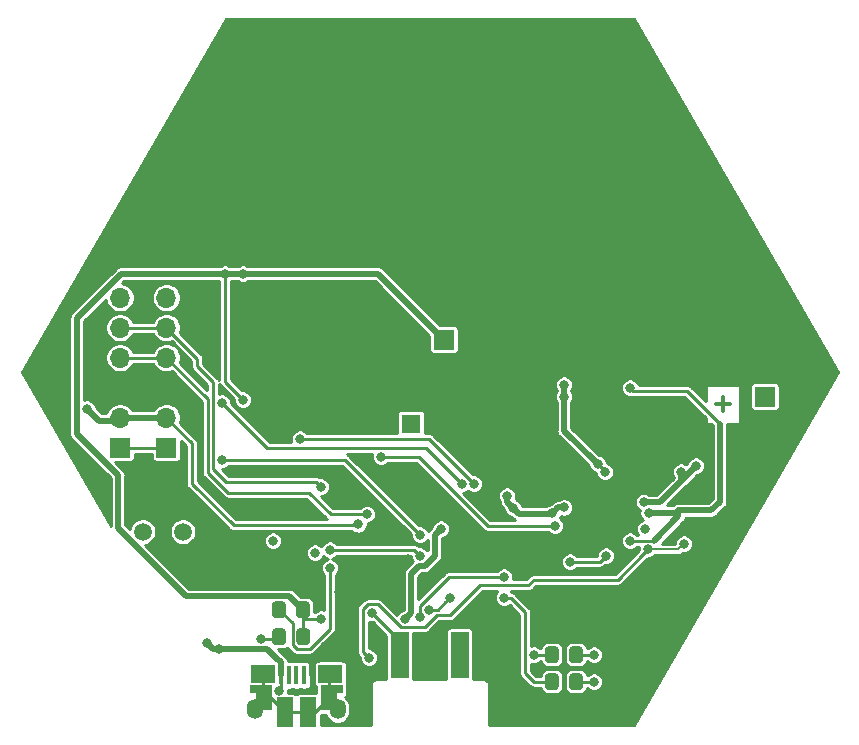
<source format=gtl>
G04 #@! TF.GenerationSoftware,KiCad,Pcbnew,(5.1.6)-1*
G04 #@! TF.CreationDate,2020-11-30T16:59:51+01:00*
G04 #@! TF.ProjectId,Power_module_v1,506f7765-725f-46d6-9f64-756c655f7631,rev?*
G04 #@! TF.SameCoordinates,Original*
G04 #@! TF.FileFunction,Copper,L1,Top*
G04 #@! TF.FilePolarity,Positive*
%FSLAX46Y46*%
G04 Gerber Fmt 4.6, Leading zero omitted, Abs format (unit mm)*
G04 Created by KiCad (PCBNEW (5.1.6)-1) date 2020-11-30 16:59:51*
%MOMM*%
%LPD*%
G01*
G04 APERTURE LIST*
G04 #@! TA.AperFunction,NonConductor*
%ADD10C,0.300000*%
G04 #@! TD*
G04 #@! TA.AperFunction,ComponentPad*
%ADD11R,1.700000X1.700000*%
G04 #@! TD*
G04 #@! TA.AperFunction,ComponentPad*
%ADD12O,1.700000X1.700000*%
G04 #@! TD*
G04 #@! TA.AperFunction,SMDPad,CuDef*
%ADD13R,1.430000X2.500000*%
G04 #@! TD*
G04 #@! TA.AperFunction,SMDPad,CuDef*
%ADD14R,2.000000X1.500000*%
G04 #@! TD*
G04 #@! TA.AperFunction,SMDPad,CuDef*
%ADD15R,1.350000X2.000000*%
G04 #@! TD*
G04 #@! TA.AperFunction,SMDPad,CuDef*
%ADD16R,0.400000X1.650000*%
G04 #@! TD*
G04 #@! TA.AperFunction,ComponentPad*
%ADD17O,1.350000X1.700000*%
G04 #@! TD*
G04 #@! TA.AperFunction,ComponentPad*
%ADD18O,1.100000X1.500000*%
G04 #@! TD*
G04 #@! TA.AperFunction,SMDPad,CuDef*
%ADD19R,1.825000X0.700000*%
G04 #@! TD*
G04 #@! TA.AperFunction,SMDPad,CuDef*
%ADD20R,1.700000X1.700000*%
G04 #@! TD*
G04 #@! TA.AperFunction,SMDPad,CuDef*
%ADD21O,1.700000X1.700000*%
G04 #@! TD*
G04 #@! TA.AperFunction,SMDPad,CuDef*
%ADD22R,1.524000X4.000000*%
G04 #@! TD*
G04 #@! TA.AperFunction,ComponentPad*
%ADD23R,1.600000X1.600000*%
G04 #@! TD*
G04 #@! TA.AperFunction,ComponentPad*
%ADD24C,1.600000*%
G04 #@! TD*
G04 #@! TA.AperFunction,ComponentPad*
%ADD25C,1.500000*%
G04 #@! TD*
G04 #@! TA.AperFunction,ViaPad*
%ADD26C,0.400000*%
G04 #@! TD*
G04 #@! TA.AperFunction,ViaPad*
%ADD27C,0.800000*%
G04 #@! TD*
G04 #@! TA.AperFunction,Conductor*
%ADD28C,0.254000*%
G04 #@! TD*
G04 #@! TA.AperFunction,Conductor*
%ADD29C,0.500000*%
G04 #@! TD*
G04 #@! TA.AperFunction,Conductor*
%ADD30C,0.250000*%
G04 #@! TD*
G04 #@! TA.AperFunction,Conductor*
%ADD31C,0.200000*%
G04 #@! TD*
G04 #@! TA.AperFunction,Conductor*
%ADD32C,0.300000*%
G04 #@! TD*
G04 APERTURE END LIST*
D10*
X146748571Y-80625142D02*
X147891428Y-80625142D01*
X147320000Y-81196571D02*
X147320000Y-80053714D01*
D11*
X150876000Y-80010000D03*
D12*
X150876000Y-82550000D03*
G04 #@! TA.AperFunction,SMDPad,CuDef*
G36*
G01*
X109153000Y-100780001D02*
X109153000Y-99879999D01*
G75*
G02*
X109402999Y-99630000I249999J0D01*
G01*
X110053001Y-99630000D01*
G75*
G02*
X110303000Y-99879999I0J-249999D01*
G01*
X110303000Y-100780001D01*
G75*
G02*
X110053001Y-101030000I-249999J0D01*
G01*
X109402999Y-101030000D01*
G75*
G02*
X109153000Y-100780001I0J249999D01*
G01*
G37*
G04 #@! TD.AperFunction*
G04 #@! TA.AperFunction,SMDPad,CuDef*
G36*
G01*
X111203000Y-100780001D02*
X111203000Y-99879999D01*
G75*
G02*
X111452999Y-99630000I249999J0D01*
G01*
X112103001Y-99630000D01*
G75*
G02*
X112353000Y-99879999I0J-249999D01*
G01*
X112353000Y-100780001D01*
G75*
G02*
X112103001Y-101030000I-249999J0D01*
G01*
X111452999Y-101030000D01*
G75*
G02*
X111203000Y-100780001I0J249999D01*
G01*
G37*
G04 #@! TD.AperFunction*
G04 #@! TA.AperFunction,SMDPad,CuDef*
G36*
G01*
X109135000Y-98494001D02*
X109135000Y-97593999D01*
G75*
G02*
X109384999Y-97344000I249999J0D01*
G01*
X110035001Y-97344000D01*
G75*
G02*
X110285000Y-97593999I0J-249999D01*
G01*
X110285000Y-98494001D01*
G75*
G02*
X110035001Y-98744000I-249999J0D01*
G01*
X109384999Y-98744000D01*
G75*
G02*
X109135000Y-98494001I0J249999D01*
G01*
G37*
G04 #@! TD.AperFunction*
G04 #@! TA.AperFunction,SMDPad,CuDef*
G36*
G01*
X111185000Y-98494001D02*
X111185000Y-97593999D01*
G75*
G02*
X111434999Y-97344000I249999J0D01*
G01*
X112085001Y-97344000D01*
G75*
G02*
X112335000Y-97593999I0J-249999D01*
G01*
X112335000Y-98494001D01*
G75*
G02*
X112085001Y-98744000I-249999J0D01*
G01*
X111434999Y-98744000D01*
G75*
G02*
X111185000Y-98494001I0J249999D01*
G01*
G37*
G04 #@! TD.AperFunction*
G04 #@! TA.AperFunction,SMDPad,CuDef*
G36*
G01*
X133408000Y-103689999D02*
X133408000Y-104590001D01*
G75*
G02*
X133158001Y-104840000I-249999J0D01*
G01*
X132507999Y-104840000D01*
G75*
G02*
X132258000Y-104590001I0J249999D01*
G01*
X132258000Y-103689999D01*
G75*
G02*
X132507999Y-103440000I249999J0D01*
G01*
X133158001Y-103440000D01*
G75*
G02*
X133408000Y-103689999I0J-249999D01*
G01*
G37*
G04 #@! TD.AperFunction*
G04 #@! TA.AperFunction,SMDPad,CuDef*
G36*
G01*
X135458000Y-103689999D02*
X135458000Y-104590001D01*
G75*
G02*
X135208001Y-104840000I-249999J0D01*
G01*
X134557999Y-104840000D01*
G75*
G02*
X134308000Y-104590001I0J249999D01*
G01*
X134308000Y-103689999D01*
G75*
G02*
X134557999Y-103440000I249999J0D01*
G01*
X135208001Y-103440000D01*
G75*
G02*
X135458000Y-103689999I0J-249999D01*
G01*
G37*
G04 #@! TD.AperFunction*
G04 #@! TA.AperFunction,SMDPad,CuDef*
G36*
G01*
X133408000Y-101403999D02*
X133408000Y-102304001D01*
G75*
G02*
X133158001Y-102554000I-249999J0D01*
G01*
X132507999Y-102554000D01*
G75*
G02*
X132258000Y-102304001I0J249999D01*
G01*
X132258000Y-101403999D01*
G75*
G02*
X132507999Y-101154000I249999J0D01*
G01*
X133158001Y-101154000D01*
G75*
G02*
X133408000Y-101403999I0J-249999D01*
G01*
G37*
G04 #@! TD.AperFunction*
G04 #@! TA.AperFunction,SMDPad,CuDef*
G36*
G01*
X135458000Y-101403999D02*
X135458000Y-102304001D01*
G75*
G02*
X135208001Y-102554000I-249999J0D01*
G01*
X134557999Y-102554000D01*
G75*
G02*
X134308000Y-102304001I0J249999D01*
G01*
X134308000Y-101403999D01*
G75*
G02*
X134557999Y-101154000I249999J0D01*
G01*
X135208001Y-101154000D01*
G75*
G02*
X135458000Y-101403999I0J-249999D01*
G01*
G37*
G04 #@! TD.AperFunction*
D13*
X110228900Y-106746740D03*
D14*
X108338900Y-103496740D03*
D15*
X113938900Y-105546740D03*
X108458900Y-105546740D03*
D16*
X111188900Y-103596740D03*
D17*
X114688900Y-106476740D03*
D18*
X108768900Y-103476740D03*
X113608900Y-103476740D03*
D16*
X112488900Y-103596740D03*
X111838900Y-103596740D03*
D19*
X114188900Y-104796740D03*
D16*
X109888900Y-103596740D03*
D14*
X114088900Y-103476740D03*
D19*
X108238900Y-104796740D03*
D16*
X110538900Y-103596740D03*
D17*
X107688900Y-106476740D03*
D13*
X112148900Y-106746740D03*
D12*
X121158000Y-75184000D03*
D11*
X123698000Y-75184000D03*
D20*
X96266000Y-84328000D03*
D21*
X96266000Y-81788000D03*
X96266000Y-79248000D03*
X96266000Y-76708000D03*
X96266000Y-74168000D03*
X96266000Y-71628000D03*
D12*
X100203000Y-71628000D03*
X100203000Y-74168000D03*
X100203000Y-76708000D03*
X100203000Y-79248000D03*
X100203000Y-81788000D03*
D11*
X100203000Y-84328000D03*
D22*
X125049280Y-101912420D03*
X122509280Y-101912420D03*
X119969280Y-101912420D03*
D23*
X120904000Y-82296000D03*
D24*
X120904000Y-79796000D03*
D25*
X101600000Y-91440000D03*
X98200000Y-91440000D03*
D26*
X106680000Y-96012000D03*
X106680000Y-94996000D03*
X136652000Y-88900000D03*
X138176000Y-88900000D03*
X136652000Y-89662000D03*
X136652000Y-90424000D03*
X138176000Y-89662000D03*
X138176000Y-90424000D03*
X137414000Y-88900000D03*
X137414000Y-89662000D03*
X137414000Y-90424000D03*
D27*
X141224000Y-87884000D03*
X132334000Y-88392000D03*
X132080000Y-86868000D03*
X132842000Y-87630000D03*
X133604000Y-88392000D03*
X140208000Y-87884000D03*
X141478000Y-86868000D03*
X129286000Y-98552000D03*
X103378000Y-91948000D03*
X106680000Y-93980000D03*
X102870000Y-81026000D03*
X114808000Y-96520000D03*
X120650000Y-93726000D03*
X113586576Y-101140576D03*
X103886000Y-90170000D03*
X106680000Y-50800000D03*
X137160000Y-50800000D03*
X121920000Y-50800000D03*
X114300000Y-55880000D03*
X129540000Y-55880000D03*
X137160000Y-60960000D03*
X121920000Y-60960000D03*
X106680000Y-60960000D03*
X114300000Y-66040000D03*
X129540000Y-66040000D03*
X144780000Y-66040000D03*
X99060000Y-66040000D03*
X137160000Y-71120000D03*
X149860000Y-73660000D03*
X90170000Y-77470000D03*
X154940000Y-78740000D03*
X140970000Y-101600000D03*
X138430000Y-105410000D03*
X129540000Y-105410000D03*
X95250000Y-88900000D03*
X128270000Y-78740000D03*
X125730000Y-78740000D03*
X148336000Y-90170000D03*
X151130000Y-85090000D03*
X118110000Y-72390000D03*
X113030000Y-78740000D03*
X142240000Y-74930000D03*
X104648000Y-101346000D03*
X144018000Y-92456000D03*
X140970000Y-92927000D03*
X103632000Y-100838000D03*
X109751402Y-104896738D03*
X117348000Y-102108000D03*
X133858000Y-78994000D03*
X133858000Y-80010000D03*
X113284000Y-98806000D03*
X106680000Y-80264000D03*
X105156000Y-69596000D03*
X106680000Y-69596000D03*
X137330343Y-86387491D03*
X136753600Y-85725000D03*
X143764000Y-86360000D03*
X145034000Y-85852000D03*
X140617923Y-88937000D03*
X120396000Y-98806000D03*
X123444000Y-91186000D03*
X93472000Y-81026000D03*
X116446067Y-90817933D03*
X139446000Y-92202000D03*
X139446000Y-79248000D03*
X141032228Y-89848685D03*
X140716000Y-91186000D03*
X109220000Y-92202000D03*
X108204000Y-100496000D03*
X128778000Y-97028000D03*
X136398000Y-104140000D03*
X131318000Y-101854000D03*
X136398000Y-101854000D03*
X117602000Y-98298000D03*
X122417363Y-98054637D03*
X124181273Y-97038443D03*
X121666000Y-91694000D03*
X104901999Y-85344000D03*
X117173067Y-89963463D03*
X113284000Y-87630000D03*
X125215933Y-87382067D03*
X104902000Y-80518000D03*
X126238000Y-87376000D03*
X111506000Y-83566000D03*
X133096000Y-90932000D03*
X118364000Y-85090000D03*
X129540000Y-89408000D03*
X133858000Y-89387000D03*
X129032000Y-88392000D03*
X132842000Y-89895000D03*
X121653147Y-98699598D03*
X128778000Y-95250000D03*
X114046000Y-92964000D03*
X121666000Y-93472000D03*
X137414000Y-93472000D03*
X134366000Y-93980000D03*
X112776000Y-93218000D03*
X114046001Y-94488000D03*
D28*
X100203000Y-79248000D02*
X96266000Y-79248000D01*
X122509280Y-101912420D02*
X122509280Y-99740720D01*
X123659347Y-99740720D02*
X124848067Y-98552000D01*
X122509280Y-99740720D02*
X123659347Y-99740720D01*
X124848067Y-98552000D02*
X129032000Y-98552000D01*
X129032000Y-98552000D02*
X129286000Y-98552000D01*
X105410000Y-93980000D02*
X103378000Y-91948000D01*
X106680000Y-93980000D02*
X105410000Y-93980000D01*
D29*
X112488900Y-102153098D02*
X116078000Y-98563998D01*
X112488900Y-103596740D02*
X112488900Y-102153098D01*
D28*
X100203000Y-79248000D02*
X101981000Y-81026000D01*
X101981000Y-81026000D02*
X102870000Y-81026000D01*
X114808000Y-96520000D02*
X116078000Y-96520000D01*
D29*
X116078000Y-98563998D02*
X116078000Y-96520000D01*
X116078000Y-96520000D02*
X117856000Y-96520000D01*
X117856000Y-96520000D02*
X120650000Y-93726000D01*
D30*
X103378000Y-90678000D02*
X103886000Y-90170000D01*
X103378000Y-91948000D02*
X103378000Y-90678000D01*
D31*
X140970000Y-92927000D02*
X143547000Y-92927000D01*
X143547000Y-92927000D02*
X144018000Y-92456000D01*
D29*
X104140000Y-101346000D02*
X105156000Y-101346000D01*
X103632000Y-100838000D02*
X104140000Y-101346000D01*
X105156000Y-101346000D02*
X104902000Y-101346000D01*
X109888900Y-103596740D02*
X109888900Y-102486738D01*
X109698901Y-102296739D02*
X109888900Y-102486738D01*
X105156000Y-101346000D02*
X108458000Y-101346000D01*
X109698901Y-102296739D02*
X109662739Y-102296739D01*
X108712000Y-101346000D02*
X108458000Y-101346000D01*
X109662739Y-102296739D02*
X108712000Y-101346000D01*
D28*
X109888900Y-103596740D02*
X109888900Y-104808900D01*
X109888900Y-104808900D02*
X109982000Y-104902000D01*
X140570001Y-93326999D02*
X140570001Y-93363999D01*
X140970000Y-92927000D02*
X140570001Y-93326999D01*
X140570001Y-93363999D02*
X138430000Y-95504000D01*
X130844999Y-95977001D02*
X131318000Y-95504000D01*
X122074932Y-99533001D02*
X123099286Y-98508647D01*
X120047039Y-99533001D02*
X122074932Y-99533001D01*
X118085037Y-97570999D02*
X120047039Y-99533001D01*
X117253039Y-97570999D02*
X118085037Y-97570999D01*
X126781000Y-95977001D02*
X130844999Y-95977001D01*
X124249354Y-98508647D02*
X126781000Y-95977001D01*
X116874999Y-97949039D02*
X117253039Y-97570999D01*
X117348000Y-102108000D02*
X116874999Y-101634999D01*
X123099286Y-98508647D02*
X124249354Y-98508647D01*
X116874999Y-101634999D02*
X116874999Y-97949039D01*
X138430000Y-95504000D02*
X131318000Y-95504000D01*
X111760000Y-100312000D02*
X111778000Y-100330000D01*
X113284000Y-98806000D02*
X111760000Y-98806000D01*
X111760000Y-98044000D02*
X111760000Y-98806000D01*
X111760000Y-98806000D02*
X111760000Y-100312000D01*
D29*
X123698000Y-75184000D02*
X118110000Y-69596000D01*
D28*
X105156000Y-78740000D02*
X105156000Y-69596000D01*
X106680000Y-80264000D02*
X105156000Y-78740000D01*
D29*
X118110000Y-69596000D02*
X106680000Y-69596000D01*
X106680000Y-69596000D02*
X105156000Y-69596000D01*
X133858000Y-78994000D02*
X133858000Y-82888000D01*
X133858000Y-82888000D02*
X136457600Y-85487600D01*
D28*
X137332434Y-86385400D02*
X137330343Y-86387491D01*
X137414000Y-86385400D02*
X137332434Y-86385400D01*
X136457600Y-85505200D02*
X136533800Y-85505200D01*
X136457600Y-85487600D02*
X136457600Y-85505200D01*
X136533800Y-85505200D02*
X136753600Y-85725000D01*
D32*
X136753600Y-85725000D02*
X137414000Y-86385400D01*
D29*
X96373998Y-69596000D02*
X105156000Y-69596000D01*
X92621999Y-73347999D02*
X96373998Y-69596000D01*
X92621999Y-83194001D02*
X92621999Y-73347999D01*
X111760000Y-98044000D02*
X110609990Y-96893990D01*
X96100001Y-91116003D02*
X96100001Y-86672003D01*
X110609990Y-96893990D02*
X101877988Y-96893990D01*
X96100001Y-86672003D02*
X92621999Y-83194001D01*
X101877988Y-96893990D02*
X96100001Y-91116003D01*
X143510000Y-87376000D02*
X145034000Y-85852000D01*
X143764000Y-87122000D02*
X141986000Y-88900000D01*
X143764000Y-86360000D02*
X143764000Y-87122000D01*
D30*
X141949000Y-88937000D02*
X141986000Y-88900000D01*
D29*
X140617923Y-88937000D02*
X141949000Y-88937000D01*
X93472000Y-81026000D02*
X94488000Y-82042000D01*
X96012000Y-82042000D02*
X96266000Y-81788000D01*
X94488000Y-82042000D02*
X96012000Y-82042000D01*
X96266000Y-81788000D02*
X100203000Y-81788000D01*
X122936000Y-91694000D02*
X123444000Y-91186000D01*
X122936000Y-93460002D02*
X122936000Y-91694000D01*
X122074001Y-94322001D02*
X122936000Y-93460002D01*
X121831999Y-94322001D02*
X122074001Y-94322001D01*
X120904000Y-94996000D02*
X120904000Y-98298000D01*
X122074001Y-94322001D02*
X121577999Y-94322001D01*
X120904000Y-98298000D02*
X120396000Y-98806000D01*
X121577999Y-94322001D02*
X120904000Y-94996000D01*
D28*
X116366999Y-90897001D02*
X116446067Y-90817933D01*
X100203000Y-81788000D02*
X102362000Y-83947000D01*
X102362000Y-83947000D02*
X102362000Y-87376000D01*
X105883001Y-90897001D02*
X109762999Y-90897001D01*
X102362000Y-87376000D02*
X105883001Y-90897001D01*
X109312001Y-90897001D02*
X109762999Y-90897001D01*
X109762999Y-90897001D02*
X116366999Y-90897001D01*
D29*
X143546999Y-89625001D02*
X146340999Y-89625001D01*
X141478000Y-92202000D02*
X143546999Y-90133001D01*
X143546999Y-90133001D02*
X143546999Y-89625001D01*
D30*
X139446000Y-92202000D02*
X141478000Y-92202000D01*
X144272000Y-79502000D02*
X139700000Y-79502000D01*
X139700000Y-79502000D02*
X139446000Y-79248000D01*
X147066000Y-82296000D02*
X144272000Y-79502000D01*
D29*
X147066000Y-88900000D02*
X147066000Y-82296000D01*
X146340999Y-89625001D02*
X147066000Y-88900000D01*
D30*
X143323315Y-89848685D02*
X143546999Y-89625001D01*
D29*
X141032228Y-89848685D02*
X143323315Y-89848685D01*
D28*
X109562000Y-100496000D02*
X109728000Y-100330000D01*
X108204000Y-100496000D02*
X109562000Y-100496000D01*
X132833000Y-104140000D02*
X131318000Y-104140000D01*
X130590999Y-98275314D02*
X130590999Y-103412999D01*
X130590999Y-103412999D02*
X131318000Y-104140000D01*
X129343685Y-97028000D02*
X130590999Y-98275314D01*
X128778000Y-97028000D02*
X129343685Y-97028000D01*
X136398000Y-104140000D02*
X134883000Y-104140000D01*
X131318000Y-101854000D02*
X132833000Y-101854000D01*
X134883000Y-101854000D02*
X136398000Y-101854000D01*
X119969280Y-100665280D02*
X119969280Y-101912420D01*
X117602000Y-98298000D02*
X119969280Y-100665280D01*
X122417363Y-98054637D02*
X123179363Y-98054637D01*
X123179363Y-98054637D02*
X123826497Y-97407503D01*
X123826497Y-97407503D02*
X123826497Y-97393219D01*
X123826497Y-97393219D02*
X124181273Y-97038443D01*
X108338900Y-104696740D02*
X108238900Y-104796740D01*
X108338900Y-103496740D02*
X108338900Y-104696740D01*
X108238900Y-105926740D02*
X107688900Y-106476740D01*
X108238900Y-104796740D02*
X108238900Y-105926740D01*
X109028900Y-105546740D02*
X110228900Y-106746740D01*
X108458900Y-105546740D02*
X109028900Y-105546740D01*
X110228900Y-106746740D02*
X112148900Y-106746740D01*
X112738900Y-106746740D02*
X113938900Y-105546740D01*
X112148900Y-106746740D02*
X112738900Y-106746740D01*
X113938900Y-103626740D02*
X114088900Y-103476740D01*
X113938900Y-105546740D02*
X113938900Y-103626740D01*
X113938900Y-105726740D02*
X114688900Y-106476740D01*
X113938900Y-105546740D02*
X113938900Y-105726740D01*
X114088900Y-103476740D02*
X113608900Y-103476740D01*
X108748900Y-103496740D02*
X108768900Y-103476740D01*
X108338900Y-103496740D02*
X108748900Y-103496740D01*
X107688900Y-106316740D02*
X108458900Y-105546740D01*
X107688900Y-106476740D02*
X107688900Y-106316740D01*
X100237999Y-84362999D02*
X100203000Y-84328000D01*
X100203000Y-84328000D02*
X96266000Y-84328000D01*
X121666000Y-91694000D02*
X115316000Y-85344000D01*
X115316000Y-85344000D02*
X104901999Y-85344000D01*
X100203000Y-76708000D02*
X96266000Y-76708000D01*
X103720989Y-80225989D02*
X103720989Y-86448989D01*
X100203000Y-76708000D02*
X103720989Y-80225989D01*
X103720989Y-86448989D02*
X105410000Y-88138000D01*
X105410000Y-88138000D02*
X112268000Y-88138000D01*
X112268000Y-88138000D02*
X114093463Y-89963463D01*
X114093463Y-89963463D02*
X117173067Y-89963463D01*
X100203000Y-74168000D02*
X96266000Y-74168000D01*
X102816010Y-77416010D02*
X102816010Y-76781010D01*
X112874157Y-87220157D02*
X105254157Y-87220157D01*
X113284000Y-87630000D02*
X112874157Y-87220157D01*
X102816010Y-76781010D02*
X100203000Y-74168000D01*
X104174999Y-86140999D02*
X104174999Y-78774999D01*
X105254157Y-87220157D02*
X104174999Y-86140999D01*
X104174999Y-78774999D02*
X102816010Y-77416010D01*
X125215933Y-87382067D02*
X122196865Y-84362999D01*
X108746999Y-84362999D02*
X122196865Y-84362999D01*
X104902000Y-80518000D02*
X108746999Y-84362999D01*
X126238000Y-87376000D02*
X122428000Y-83566000D01*
X122428000Y-83566000D02*
X111506000Y-83566000D01*
X133096000Y-90932000D02*
X129540000Y-90932000D01*
X127396999Y-90932000D02*
X121554999Y-85090000D01*
X129540000Y-90932000D02*
X127396999Y-90932000D01*
X121554999Y-85090000D02*
X118364000Y-85090000D01*
D29*
X132842000Y-89916000D02*
X130048000Y-89916000D01*
X130048000Y-89916000D02*
X129540000Y-89408000D01*
X133371000Y-89387000D02*
X132842000Y-89916000D01*
X133858000Y-89387000D02*
X133371000Y-89387000D01*
X129032000Y-88900000D02*
X129032000Y-88392000D01*
X129540000Y-89408000D02*
X129032000Y-88900000D01*
X129561000Y-89387000D02*
X129540000Y-89408000D01*
D28*
X124146038Y-95250000D02*
X128778000Y-95250000D01*
X121653147Y-98699598D02*
X121653147Y-97742891D01*
X121653147Y-97742891D02*
X124146038Y-95250000D01*
X120650000Y-92964000D02*
X121158000Y-92964000D01*
X120650000Y-92964000D02*
X120849985Y-92964000D01*
X121158000Y-92964000D02*
X121666000Y-93472000D01*
X114046000Y-92964000D02*
X120650000Y-92964000D01*
D30*
X136906000Y-93980000D02*
X137414000Y-93472000D01*
X134366000Y-93980000D02*
X136906000Y-93980000D01*
D28*
X109710000Y-98044000D02*
X110875990Y-99209990D01*
X114046001Y-99653017D02*
X114046001Y-94488000D01*
X111213992Y-101357010D02*
X112342008Y-101357010D01*
X110875990Y-99209990D02*
X110875990Y-101019008D01*
X110875990Y-101019008D02*
X111213992Y-101357010D01*
X112342008Y-101357010D02*
X114046001Y-99653017D01*
G36*
X157031190Y-77941800D02*
G01*
X139765597Y-107846500D01*
X127477120Y-107846500D01*
X127477120Y-104356621D01*
X127479084Y-104336680D01*
X127471245Y-104257090D01*
X127448030Y-104180559D01*
X127410330Y-104110027D01*
X127359594Y-104048206D01*
X127297773Y-103997470D01*
X127227241Y-103959770D01*
X127150710Y-103936555D01*
X127091061Y-103930680D01*
X127091060Y-103930680D01*
X127071120Y-103928716D01*
X127051179Y-103930680D01*
X126192325Y-103930680D01*
X126194123Y-103912420D01*
X126194123Y-99912420D01*
X126186767Y-99837731D01*
X126164981Y-99765912D01*
X126129602Y-99699724D01*
X126081991Y-99641709D01*
X126023976Y-99594098D01*
X125957788Y-99558719D01*
X125885969Y-99536933D01*
X125811280Y-99529577D01*
X124287280Y-99529577D01*
X124212591Y-99536933D01*
X124140772Y-99558719D01*
X124074584Y-99594098D01*
X124016569Y-99641709D01*
X123968958Y-99699724D01*
X123933579Y-99765912D01*
X123911793Y-99837731D01*
X123904437Y-99912420D01*
X123904437Y-103912420D01*
X123906235Y-103930680D01*
X121112325Y-103930680D01*
X121114123Y-103912420D01*
X121114123Y-100041001D01*
X122049988Y-100041001D01*
X122074932Y-100043458D01*
X122099876Y-100041001D01*
X122099879Y-100041001D01*
X122174517Y-100033650D01*
X122270275Y-100004602D01*
X122358527Y-99957430D01*
X122435880Y-99893949D01*
X122451787Y-99874566D01*
X123309707Y-99016647D01*
X124224410Y-99016647D01*
X124249354Y-99019104D01*
X124274298Y-99016647D01*
X124274301Y-99016647D01*
X124348939Y-99009296D01*
X124444697Y-98980248D01*
X124532949Y-98933076D01*
X124610302Y-98869595D01*
X124626209Y-98850212D01*
X126991421Y-96485001D01*
X128216498Y-96485001D01*
X128171358Y-96530141D01*
X128085887Y-96658058D01*
X128027013Y-96800191D01*
X127997000Y-96951078D01*
X127997000Y-97104922D01*
X128027013Y-97255809D01*
X128085887Y-97397942D01*
X128171358Y-97525859D01*
X128280141Y-97634642D01*
X128408058Y-97720113D01*
X128550191Y-97778987D01*
X128701078Y-97809000D01*
X128854922Y-97809000D01*
X129005809Y-97778987D01*
X129147942Y-97720113D01*
X129249512Y-97652247D01*
X130082999Y-98485735D01*
X130083000Y-103388045D01*
X130080542Y-103412999D01*
X130089473Y-103503673D01*
X130090351Y-103512584D01*
X130109687Y-103576325D01*
X130119399Y-103608342D01*
X130166570Y-103696594D01*
X130187807Y-103722471D01*
X130230052Y-103773947D01*
X130249429Y-103789849D01*
X130941145Y-104481565D01*
X130957052Y-104500948D01*
X131034405Y-104564429D01*
X131122657Y-104611601D01*
X131218415Y-104640649D01*
X131293053Y-104648000D01*
X131293056Y-104648000D01*
X131318000Y-104650457D01*
X131342944Y-104648000D01*
X131880869Y-104648000D01*
X131887317Y-104713462D01*
X131923329Y-104832179D01*
X131981810Y-104941589D01*
X132060512Y-105037488D01*
X132156411Y-105116190D01*
X132265821Y-105174671D01*
X132384538Y-105210683D01*
X132507999Y-105222843D01*
X133158001Y-105222843D01*
X133281462Y-105210683D01*
X133400179Y-105174671D01*
X133509589Y-105116190D01*
X133605488Y-105037488D01*
X133684190Y-104941589D01*
X133742671Y-104832179D01*
X133778683Y-104713462D01*
X133790843Y-104590001D01*
X133790843Y-103689999D01*
X133925157Y-103689999D01*
X133925157Y-104590001D01*
X133937317Y-104713462D01*
X133973329Y-104832179D01*
X134031810Y-104941589D01*
X134110512Y-105037488D01*
X134206411Y-105116190D01*
X134315821Y-105174671D01*
X134434538Y-105210683D01*
X134557999Y-105222843D01*
X135208001Y-105222843D01*
X135331462Y-105210683D01*
X135450179Y-105174671D01*
X135559589Y-105116190D01*
X135655488Y-105037488D01*
X135734190Y-104941589D01*
X135792671Y-104832179D01*
X135828683Y-104713462D01*
X135832115Y-104678616D01*
X135900141Y-104746642D01*
X136028058Y-104832113D01*
X136170191Y-104890987D01*
X136321078Y-104921000D01*
X136474922Y-104921000D01*
X136625809Y-104890987D01*
X136767942Y-104832113D01*
X136895859Y-104746642D01*
X137004642Y-104637859D01*
X137090113Y-104509942D01*
X137148987Y-104367809D01*
X137179000Y-104216922D01*
X137179000Y-104063078D01*
X137148987Y-103912191D01*
X137090113Y-103770058D01*
X137004642Y-103642141D01*
X136895859Y-103533358D01*
X136767942Y-103447887D01*
X136625809Y-103389013D01*
X136474922Y-103359000D01*
X136321078Y-103359000D01*
X136170191Y-103389013D01*
X136028058Y-103447887D01*
X135900141Y-103533358D01*
X135832115Y-103601384D01*
X135828683Y-103566538D01*
X135792671Y-103447821D01*
X135734190Y-103338411D01*
X135655488Y-103242512D01*
X135559589Y-103163810D01*
X135450179Y-103105329D01*
X135331462Y-103069317D01*
X135208001Y-103057157D01*
X134557999Y-103057157D01*
X134434538Y-103069317D01*
X134315821Y-103105329D01*
X134206411Y-103163810D01*
X134110512Y-103242512D01*
X134031810Y-103338411D01*
X133973329Y-103447821D01*
X133937317Y-103566538D01*
X133925157Y-103689999D01*
X133790843Y-103689999D01*
X133778683Y-103566538D01*
X133742671Y-103447821D01*
X133684190Y-103338411D01*
X133605488Y-103242512D01*
X133509589Y-103163810D01*
X133400179Y-103105329D01*
X133281462Y-103069317D01*
X133158001Y-103057157D01*
X132507999Y-103057157D01*
X132384538Y-103069317D01*
X132265821Y-103105329D01*
X132156411Y-103163810D01*
X132060512Y-103242512D01*
X131981810Y-103338411D01*
X131923329Y-103447821D01*
X131887317Y-103566538D01*
X131880869Y-103632000D01*
X131528420Y-103632000D01*
X131098999Y-103202579D01*
X131098999Y-102606739D01*
X131241078Y-102635000D01*
X131394922Y-102635000D01*
X131545809Y-102604987D01*
X131687942Y-102546113D01*
X131815859Y-102460642D01*
X131883885Y-102392616D01*
X131887317Y-102427462D01*
X131923329Y-102546179D01*
X131981810Y-102655589D01*
X132060512Y-102751488D01*
X132156411Y-102830190D01*
X132265821Y-102888671D01*
X132384538Y-102924683D01*
X132507999Y-102936843D01*
X133158001Y-102936843D01*
X133281462Y-102924683D01*
X133400179Y-102888671D01*
X133509589Y-102830190D01*
X133605488Y-102751488D01*
X133684190Y-102655589D01*
X133742671Y-102546179D01*
X133778683Y-102427462D01*
X133790843Y-102304001D01*
X133790843Y-101403999D01*
X133925157Y-101403999D01*
X133925157Y-102304001D01*
X133937317Y-102427462D01*
X133973329Y-102546179D01*
X134031810Y-102655589D01*
X134110512Y-102751488D01*
X134206411Y-102830190D01*
X134315821Y-102888671D01*
X134434538Y-102924683D01*
X134557999Y-102936843D01*
X135208001Y-102936843D01*
X135331462Y-102924683D01*
X135450179Y-102888671D01*
X135559589Y-102830190D01*
X135655488Y-102751488D01*
X135734190Y-102655589D01*
X135792671Y-102546179D01*
X135828683Y-102427462D01*
X135832115Y-102392616D01*
X135900141Y-102460642D01*
X136028058Y-102546113D01*
X136170191Y-102604987D01*
X136321078Y-102635000D01*
X136474922Y-102635000D01*
X136625809Y-102604987D01*
X136767942Y-102546113D01*
X136895859Y-102460642D01*
X137004642Y-102351859D01*
X137090113Y-102223942D01*
X137148987Y-102081809D01*
X137179000Y-101930922D01*
X137179000Y-101777078D01*
X137148987Y-101626191D01*
X137090113Y-101484058D01*
X137004642Y-101356141D01*
X136895859Y-101247358D01*
X136767942Y-101161887D01*
X136625809Y-101103013D01*
X136474922Y-101073000D01*
X136321078Y-101073000D01*
X136170191Y-101103013D01*
X136028058Y-101161887D01*
X135900141Y-101247358D01*
X135832115Y-101315384D01*
X135828683Y-101280538D01*
X135792671Y-101161821D01*
X135734190Y-101052411D01*
X135655488Y-100956512D01*
X135559589Y-100877810D01*
X135450179Y-100819329D01*
X135331462Y-100783317D01*
X135208001Y-100771157D01*
X134557999Y-100771157D01*
X134434538Y-100783317D01*
X134315821Y-100819329D01*
X134206411Y-100877810D01*
X134110512Y-100956512D01*
X134031810Y-101052411D01*
X133973329Y-101161821D01*
X133937317Y-101280538D01*
X133925157Y-101403999D01*
X133790843Y-101403999D01*
X133778683Y-101280538D01*
X133742671Y-101161821D01*
X133684190Y-101052411D01*
X133605488Y-100956512D01*
X133509589Y-100877810D01*
X133400179Y-100819329D01*
X133281462Y-100783317D01*
X133158001Y-100771157D01*
X132507999Y-100771157D01*
X132384538Y-100783317D01*
X132265821Y-100819329D01*
X132156411Y-100877810D01*
X132060512Y-100956512D01*
X131981810Y-101052411D01*
X131923329Y-101161821D01*
X131887317Y-101280538D01*
X131883885Y-101315384D01*
X131815859Y-101247358D01*
X131687942Y-101161887D01*
X131545809Y-101103013D01*
X131394922Y-101073000D01*
X131241078Y-101073000D01*
X131098999Y-101101261D01*
X131098999Y-98300257D01*
X131101456Y-98275313D01*
X131098961Y-98249980D01*
X131091648Y-98175729D01*
X131062600Y-98079971D01*
X131062599Y-98079969D01*
X131015428Y-97991718D01*
X130967849Y-97933743D01*
X130951947Y-97914366D01*
X130932570Y-97898464D01*
X129720540Y-96686435D01*
X129704633Y-96667052D01*
X129627280Y-96603571D01*
X129539028Y-96556399D01*
X129443270Y-96527351D01*
X129375142Y-96520641D01*
X129339502Y-96485001D01*
X130820055Y-96485001D01*
X130844999Y-96487458D01*
X130869943Y-96485001D01*
X130869946Y-96485001D01*
X130944584Y-96477650D01*
X131040342Y-96448602D01*
X131128594Y-96401430D01*
X131205947Y-96337949D01*
X131221854Y-96318567D01*
X131528421Y-96012000D01*
X138405056Y-96012000D01*
X138430000Y-96014457D01*
X138454944Y-96012000D01*
X138454947Y-96012000D01*
X138529585Y-96004649D01*
X138625343Y-95975601D01*
X138713595Y-95928429D01*
X138790948Y-95864948D01*
X138806855Y-95845565D01*
X140911572Y-93740849D01*
X140930949Y-93724947D01*
X140944857Y-93708000D01*
X141046922Y-93708000D01*
X141197809Y-93677987D01*
X141339942Y-93619113D01*
X141467859Y-93533642D01*
X141576642Y-93424859D01*
X141587907Y-93408000D01*
X143523374Y-93408000D01*
X143547000Y-93410327D01*
X143570626Y-93408000D01*
X143641292Y-93401040D01*
X143731961Y-93373536D01*
X143815522Y-93328872D01*
X143888764Y-93268764D01*
X143903830Y-93250406D01*
X143921192Y-93233044D01*
X143941078Y-93237000D01*
X144094922Y-93237000D01*
X144245809Y-93206987D01*
X144387942Y-93148113D01*
X144515859Y-93062642D01*
X144624642Y-92953859D01*
X144710113Y-92825942D01*
X144768987Y-92683809D01*
X144799000Y-92532922D01*
X144799000Y-92379078D01*
X144768987Y-92228191D01*
X144710113Y-92086058D01*
X144624642Y-91958141D01*
X144515859Y-91849358D01*
X144387942Y-91763887D01*
X144245809Y-91705013D01*
X144094922Y-91675000D01*
X143941078Y-91675000D01*
X143790191Y-91705013D01*
X143648058Y-91763887D01*
X143520141Y-91849358D01*
X143411358Y-91958141D01*
X143325887Y-92086058D01*
X143267013Y-92228191D01*
X143237000Y-92379078D01*
X143237000Y-92446000D01*
X142126368Y-92446000D01*
X143971263Y-90601105D01*
X143995342Y-90581344D01*
X144074195Y-90485262D01*
X144132788Y-90375643D01*
X144168869Y-90256699D01*
X144168938Y-90256001D01*
X146310009Y-90256001D01*
X146340999Y-90259053D01*
X146371989Y-90256001D01*
X146371997Y-90256001D01*
X146464697Y-90246871D01*
X146583641Y-90210790D01*
X146693260Y-90152197D01*
X146789342Y-90073344D01*
X146809104Y-90049264D01*
X147490269Y-89368100D01*
X147514343Y-89348343D01*
X147534104Y-89324265D01*
X147593196Y-89252261D01*
X147651789Y-89142642D01*
X147656739Y-89126323D01*
X147687870Y-89023698D01*
X147697000Y-88930998D01*
X147697000Y-88930989D01*
X147700052Y-88900001D01*
X147697000Y-88869013D01*
X147697000Y-82294000D01*
X148779572Y-82294000D01*
X148779572Y-79160000D01*
X149643157Y-79160000D01*
X149643157Y-80860000D01*
X149650513Y-80934689D01*
X149672299Y-81006508D01*
X149707678Y-81072696D01*
X149755289Y-81130711D01*
X149813304Y-81178322D01*
X149879492Y-81213701D01*
X149951311Y-81235487D01*
X150026000Y-81242843D01*
X151726000Y-81242843D01*
X151800689Y-81235487D01*
X151872508Y-81213701D01*
X151938696Y-81178322D01*
X151996711Y-81130711D01*
X152044322Y-81072696D01*
X152079701Y-81006508D01*
X152101487Y-80934689D01*
X152108843Y-80860000D01*
X152108843Y-79160000D01*
X152101487Y-79085311D01*
X152079701Y-79013492D01*
X152044322Y-78947304D01*
X151996711Y-78889289D01*
X151938696Y-78841678D01*
X151872508Y-78806299D01*
X151800689Y-78784513D01*
X151726000Y-78777157D01*
X150026000Y-78777157D01*
X149951311Y-78784513D01*
X149879492Y-78806299D01*
X149813304Y-78841678D01*
X149755289Y-78889289D01*
X149707678Y-78947304D01*
X149672299Y-79013492D01*
X149650513Y-79085311D01*
X149643157Y-79160000D01*
X148779572Y-79160000D01*
X148779572Y-78982000D01*
X145860429Y-78982000D01*
X145860429Y-80374838D01*
X144647376Y-79161785D01*
X144631527Y-79142473D01*
X144554479Y-79079241D01*
X144466575Y-79032255D01*
X144371193Y-79003322D01*
X144296854Y-78996000D01*
X144296846Y-78996000D01*
X144272000Y-78993553D01*
X144247154Y-78996000D01*
X140186967Y-78996000D01*
X140138113Y-78878058D01*
X140052642Y-78750141D01*
X139943859Y-78641358D01*
X139815942Y-78555887D01*
X139673809Y-78497013D01*
X139522922Y-78467000D01*
X139369078Y-78467000D01*
X139218191Y-78497013D01*
X139076058Y-78555887D01*
X138948141Y-78641358D01*
X138839358Y-78750141D01*
X138753887Y-78878058D01*
X138695013Y-79020191D01*
X138665000Y-79171078D01*
X138665000Y-79324922D01*
X138695013Y-79475809D01*
X138753887Y-79617942D01*
X138839358Y-79745859D01*
X138948141Y-79854642D01*
X139076058Y-79940113D01*
X139218191Y-79998987D01*
X139369078Y-80029000D01*
X139522922Y-80029000D01*
X139643946Y-80004927D01*
X139675146Y-80008000D01*
X139675153Y-80008000D01*
X139699999Y-80010447D01*
X139724845Y-80008000D01*
X144062409Y-80008000D01*
X145860429Y-81806021D01*
X145860429Y-82294000D01*
X146348408Y-82294000D01*
X146435001Y-82380593D01*
X146435000Y-88638631D01*
X146079631Y-88994001D01*
X143577997Y-88994001D01*
X143546999Y-88990948D01*
X143516001Y-88994001D01*
X143423301Y-89003131D01*
X143304357Y-89039212D01*
X143194738Y-89097805D01*
X143098656Y-89176658D01*
X143064986Y-89217685D01*
X142560683Y-89217685D01*
X144188268Y-87590101D01*
X144212343Y-87570343D01*
X144232105Y-87546263D01*
X145153921Y-86624447D01*
X145261809Y-86602987D01*
X145403942Y-86544113D01*
X145531859Y-86458642D01*
X145640642Y-86349859D01*
X145726113Y-86221942D01*
X145784987Y-86079809D01*
X145815000Y-85928922D01*
X145815000Y-85775078D01*
X145784987Y-85624191D01*
X145726113Y-85482058D01*
X145640642Y-85354141D01*
X145531859Y-85245358D01*
X145403942Y-85159887D01*
X145261809Y-85101013D01*
X145110922Y-85071000D01*
X144957078Y-85071000D01*
X144806191Y-85101013D01*
X144664058Y-85159887D01*
X144536141Y-85245358D01*
X144427358Y-85354141D01*
X144341887Y-85482058D01*
X144283013Y-85624191D01*
X144261553Y-85732079D01*
X144248920Y-85744712D01*
X144133942Y-85667887D01*
X143991809Y-85609013D01*
X143840922Y-85579000D01*
X143687078Y-85579000D01*
X143536191Y-85609013D01*
X143394058Y-85667887D01*
X143266141Y-85753358D01*
X143157358Y-85862141D01*
X143071887Y-85990058D01*
X143013013Y-86132191D01*
X142983000Y-86283078D01*
X142983000Y-86436922D01*
X143013013Y-86587809D01*
X143071887Y-86729942D01*
X143133000Y-86821405D01*
X143133000Y-86860631D01*
X141687632Y-88306000D01*
X141079328Y-88306000D01*
X140987865Y-88244887D01*
X140845732Y-88186013D01*
X140694845Y-88156000D01*
X140541001Y-88156000D01*
X140390114Y-88186013D01*
X140247981Y-88244887D01*
X140120064Y-88330358D01*
X140011281Y-88439141D01*
X139925810Y-88567058D01*
X139866936Y-88709191D01*
X139836923Y-88860078D01*
X139836923Y-89013922D01*
X139866936Y-89164809D01*
X139925810Y-89306942D01*
X140011281Y-89434859D01*
X140120064Y-89543642D01*
X140247981Y-89629113D01*
X140277196Y-89641214D01*
X140251228Y-89771763D01*
X140251228Y-89925607D01*
X140281241Y-90076494D01*
X140340115Y-90218627D01*
X140425586Y-90346544D01*
X140509764Y-90430722D01*
X140488191Y-90435013D01*
X140346058Y-90493887D01*
X140218141Y-90579358D01*
X140109358Y-90688141D01*
X140023887Y-90816058D01*
X139965013Y-90958191D01*
X139935000Y-91109078D01*
X139935000Y-91262922D01*
X139965013Y-91413809D01*
X140023887Y-91555942D01*
X140109358Y-91683859D01*
X140121499Y-91696000D01*
X140044501Y-91696000D01*
X139943859Y-91595358D01*
X139815942Y-91509887D01*
X139673809Y-91451013D01*
X139522922Y-91421000D01*
X139369078Y-91421000D01*
X139218191Y-91451013D01*
X139076058Y-91509887D01*
X138948141Y-91595358D01*
X138839358Y-91704141D01*
X138753887Y-91832058D01*
X138695013Y-91974191D01*
X138665000Y-92125078D01*
X138665000Y-92278922D01*
X138695013Y-92429809D01*
X138753887Y-92571942D01*
X138839358Y-92699859D01*
X138948141Y-92808642D01*
X139076058Y-92894113D01*
X139218191Y-92952987D01*
X139369078Y-92983000D01*
X139522922Y-92983000D01*
X139673809Y-92952987D01*
X139815942Y-92894113D01*
X139943859Y-92808642D01*
X140044501Y-92708000D01*
X140217261Y-92708000D01*
X140189000Y-92850078D01*
X140189000Y-92990486D01*
X140145572Y-93043404D01*
X140115025Y-93100554D01*
X138219580Y-94996000D01*
X131342943Y-94996000D01*
X131317999Y-94993543D01*
X131293055Y-94996000D01*
X131293053Y-94996000D01*
X131218415Y-95003351D01*
X131122657Y-95032399D01*
X131122655Y-95032400D01*
X131034404Y-95079571D01*
X130979810Y-95124376D01*
X130957052Y-95143052D01*
X130941149Y-95162430D01*
X130634579Y-95469001D01*
X129530739Y-95469001D01*
X129559000Y-95326922D01*
X129559000Y-95173078D01*
X129528987Y-95022191D01*
X129470113Y-94880058D01*
X129384642Y-94752141D01*
X129275859Y-94643358D01*
X129147942Y-94557887D01*
X129005809Y-94499013D01*
X128854922Y-94469000D01*
X128701078Y-94469000D01*
X128550191Y-94499013D01*
X128408058Y-94557887D01*
X128280141Y-94643358D01*
X128181499Y-94742000D01*
X124170981Y-94742000D01*
X124146037Y-94739543D01*
X124121093Y-94742000D01*
X124121091Y-94742000D01*
X124046453Y-94749351D01*
X123950695Y-94778399D01*
X123950693Y-94778400D01*
X123862442Y-94825571D01*
X123833654Y-94849197D01*
X123785090Y-94889052D01*
X123769188Y-94908429D01*
X121535000Y-97142618D01*
X121535000Y-95257368D01*
X121839368Y-94953001D01*
X122043011Y-94953001D01*
X122074001Y-94956053D01*
X122104991Y-94953001D01*
X122104999Y-94953001D01*
X122197699Y-94943871D01*
X122316643Y-94907790D01*
X122426262Y-94849197D01*
X122522344Y-94770344D01*
X122542106Y-94746264D01*
X123360269Y-93928102D01*
X123384343Y-93908345D01*
X123388665Y-93903078D01*
X133585000Y-93903078D01*
X133585000Y-94056922D01*
X133615013Y-94207809D01*
X133673887Y-94349942D01*
X133759358Y-94477859D01*
X133868141Y-94586642D01*
X133996058Y-94672113D01*
X134138191Y-94730987D01*
X134289078Y-94761000D01*
X134442922Y-94761000D01*
X134593809Y-94730987D01*
X134735942Y-94672113D01*
X134863859Y-94586642D01*
X134964501Y-94486000D01*
X136881154Y-94486000D01*
X136906000Y-94488447D01*
X136930846Y-94486000D01*
X136930854Y-94486000D01*
X137005193Y-94478678D01*
X137100575Y-94449745D01*
X137188479Y-94402759D01*
X137265527Y-94339527D01*
X137281376Y-94320215D01*
X137348591Y-94253000D01*
X137490922Y-94253000D01*
X137641809Y-94222987D01*
X137783942Y-94164113D01*
X137911859Y-94078642D01*
X138020642Y-93969859D01*
X138106113Y-93841942D01*
X138164987Y-93699809D01*
X138195000Y-93548922D01*
X138195000Y-93395078D01*
X138164987Y-93244191D01*
X138106113Y-93102058D01*
X138020642Y-92974141D01*
X137911859Y-92865358D01*
X137783942Y-92779887D01*
X137641809Y-92721013D01*
X137490922Y-92691000D01*
X137337078Y-92691000D01*
X137186191Y-92721013D01*
X137044058Y-92779887D01*
X136916141Y-92865358D01*
X136807358Y-92974141D01*
X136721887Y-93102058D01*
X136663013Y-93244191D01*
X136633000Y-93395078D01*
X136633000Y-93474000D01*
X134964501Y-93474000D01*
X134863859Y-93373358D01*
X134735942Y-93287887D01*
X134593809Y-93229013D01*
X134442922Y-93199000D01*
X134289078Y-93199000D01*
X134138191Y-93229013D01*
X133996058Y-93287887D01*
X133868141Y-93373358D01*
X133759358Y-93482141D01*
X133673887Y-93610058D01*
X133615013Y-93752191D01*
X133585000Y-93903078D01*
X123388665Y-93903078D01*
X123406943Y-93880808D01*
X123463196Y-93812263D01*
X123521789Y-93702644D01*
X123557870Y-93583700D01*
X123563913Y-93522342D01*
X123567000Y-93491000D01*
X123567000Y-93490993D01*
X123570052Y-93460002D01*
X123567000Y-93429012D01*
X123567000Y-91957835D01*
X123671809Y-91936987D01*
X123813942Y-91878113D01*
X123941859Y-91792642D01*
X124050642Y-91683859D01*
X124136113Y-91555942D01*
X124194987Y-91413809D01*
X124225000Y-91262922D01*
X124225000Y-91109078D01*
X124194987Y-90958191D01*
X124136113Y-90816058D01*
X124050642Y-90688141D01*
X123941859Y-90579358D01*
X123813942Y-90493887D01*
X123671809Y-90435013D01*
X123520922Y-90405000D01*
X123367078Y-90405000D01*
X123216191Y-90435013D01*
X123074058Y-90493887D01*
X122946141Y-90579358D01*
X122837358Y-90688141D01*
X122751887Y-90816058D01*
X122693013Y-90958191D01*
X122671553Y-91066079D01*
X122511733Y-91225899D01*
X122487658Y-91245657D01*
X122467900Y-91269732D01*
X122467897Y-91269735D01*
X122408804Y-91341740D01*
X122384371Y-91387450D01*
X122358113Y-91324058D01*
X122272642Y-91196141D01*
X122163859Y-91087358D01*
X122035942Y-91001887D01*
X121893809Y-90943013D01*
X121742922Y-90913000D01*
X121603421Y-90913000D01*
X115692855Y-85002435D01*
X115676948Y-84983052D01*
X115599595Y-84919571D01*
X115511343Y-84872399D01*
X115506728Y-84870999D01*
X117611261Y-84870999D01*
X117583000Y-85013078D01*
X117583000Y-85166922D01*
X117613013Y-85317809D01*
X117671887Y-85459942D01*
X117757358Y-85587859D01*
X117866141Y-85696642D01*
X117994058Y-85782113D01*
X118136191Y-85840987D01*
X118287078Y-85871000D01*
X118440922Y-85871000D01*
X118591809Y-85840987D01*
X118733942Y-85782113D01*
X118861859Y-85696642D01*
X118960501Y-85598000D01*
X121344579Y-85598000D01*
X127020144Y-91273565D01*
X127036051Y-91292948D01*
X127113404Y-91356429D01*
X127201656Y-91403601D01*
X127297414Y-91432649D01*
X127372052Y-91440000D01*
X127372055Y-91440000D01*
X127396999Y-91442457D01*
X127421943Y-91440000D01*
X132499499Y-91440000D01*
X132598141Y-91538642D01*
X132726058Y-91624113D01*
X132868191Y-91682987D01*
X133019078Y-91713000D01*
X133172922Y-91713000D01*
X133323809Y-91682987D01*
X133465942Y-91624113D01*
X133593859Y-91538642D01*
X133702642Y-91429859D01*
X133788113Y-91301942D01*
X133846987Y-91159809D01*
X133877000Y-91008922D01*
X133877000Y-90855078D01*
X133846987Y-90704191D01*
X133788113Y-90562058D01*
X133702642Y-90434141D01*
X133593859Y-90325358D01*
X133524645Y-90279111D01*
X133534113Y-90264942D01*
X133592987Y-90122809D01*
X133593030Y-90122594D01*
X133630191Y-90137987D01*
X133781078Y-90168000D01*
X133934922Y-90168000D01*
X134085809Y-90137987D01*
X134227942Y-90079113D01*
X134355859Y-89993642D01*
X134464642Y-89884859D01*
X134550113Y-89756942D01*
X134608987Y-89614809D01*
X134639000Y-89463922D01*
X134639000Y-89310078D01*
X134608987Y-89159191D01*
X134550113Y-89017058D01*
X134464642Y-88889141D01*
X134355859Y-88780358D01*
X134227942Y-88694887D01*
X134085809Y-88636013D01*
X133934922Y-88606000D01*
X133781078Y-88606000D01*
X133630191Y-88636013D01*
X133488058Y-88694887D01*
X133397288Y-88755537D01*
X133371000Y-88752948D01*
X133340009Y-88756000D01*
X133340002Y-88756000D01*
X133247302Y-88765130D01*
X133128358Y-88801211D01*
X133018739Y-88859804D01*
X132957404Y-88910141D01*
X132922657Y-88938657D01*
X132902899Y-88962732D01*
X132748293Y-89117339D01*
X132614191Y-89144013D01*
X132472058Y-89202887D01*
X132349167Y-89285000D01*
X130311835Y-89285000D01*
X130290987Y-89180191D01*
X130232113Y-89038058D01*
X130146642Y-88910141D01*
X130037859Y-88801358D01*
X129909942Y-88715887D01*
X129767809Y-88657013D01*
X129767594Y-88656970D01*
X129782987Y-88619809D01*
X129813000Y-88468922D01*
X129813000Y-88315078D01*
X129782987Y-88164191D01*
X129724113Y-88022058D01*
X129638642Y-87894141D01*
X129529859Y-87785358D01*
X129401942Y-87699887D01*
X129259809Y-87641013D01*
X129108922Y-87611000D01*
X128955078Y-87611000D01*
X128804191Y-87641013D01*
X128662058Y-87699887D01*
X128534141Y-87785358D01*
X128425358Y-87894141D01*
X128339887Y-88022058D01*
X128281013Y-88164191D01*
X128251000Y-88315078D01*
X128251000Y-88468922D01*
X128281013Y-88619809D01*
X128339887Y-88761942D01*
X128401000Y-88853405D01*
X128401000Y-88869010D01*
X128397948Y-88900000D01*
X128401000Y-88930990D01*
X128401000Y-88930997D01*
X128410130Y-89023697D01*
X128446211Y-89142641D01*
X128504804Y-89252260D01*
X128583657Y-89348343D01*
X128607737Y-89368105D01*
X128767553Y-89527921D01*
X128789013Y-89635809D01*
X128847887Y-89777942D01*
X128933358Y-89905859D01*
X129042141Y-90014642D01*
X129170058Y-90100113D01*
X129312191Y-90158987D01*
X129420079Y-90180447D01*
X129579895Y-90340263D01*
X129599657Y-90364343D01*
X129672349Y-90424000D01*
X127607419Y-90424000D01*
X125337588Y-88154169D01*
X125443742Y-88133054D01*
X125585875Y-88074180D01*
X125713792Y-87988709D01*
X125730000Y-87972501D01*
X125740141Y-87982642D01*
X125868058Y-88068113D01*
X126010191Y-88126987D01*
X126161078Y-88157000D01*
X126314922Y-88157000D01*
X126465809Y-88126987D01*
X126607942Y-88068113D01*
X126735859Y-87982642D01*
X126844642Y-87873859D01*
X126930113Y-87745942D01*
X126988987Y-87603809D01*
X127019000Y-87452922D01*
X127019000Y-87299078D01*
X126988987Y-87148191D01*
X126930113Y-87006058D01*
X126844642Y-86878141D01*
X126735859Y-86769358D01*
X126607942Y-86683887D01*
X126465809Y-86625013D01*
X126314922Y-86595000D01*
X126175420Y-86595000D01*
X122804855Y-83224435D01*
X122788948Y-83205052D01*
X122711595Y-83141571D01*
X122623343Y-83094399D01*
X122527585Y-83065351D01*
X122452947Y-83058000D01*
X122452944Y-83058000D01*
X122428000Y-83055543D01*
X122403056Y-83058000D01*
X122086843Y-83058000D01*
X122086843Y-81496000D01*
X122079487Y-81421311D01*
X122057701Y-81349492D01*
X122022322Y-81283304D01*
X121974711Y-81225289D01*
X121916696Y-81177678D01*
X121850508Y-81142299D01*
X121778689Y-81120513D01*
X121704000Y-81113157D01*
X120104000Y-81113157D01*
X120029311Y-81120513D01*
X119957492Y-81142299D01*
X119891304Y-81177678D01*
X119833289Y-81225289D01*
X119785678Y-81283304D01*
X119750299Y-81349492D01*
X119728513Y-81421311D01*
X119721157Y-81496000D01*
X119721157Y-83058000D01*
X112102501Y-83058000D01*
X112003859Y-82959358D01*
X111875942Y-82873887D01*
X111733809Y-82815013D01*
X111582922Y-82785000D01*
X111429078Y-82785000D01*
X111278191Y-82815013D01*
X111136058Y-82873887D01*
X111008141Y-82959358D01*
X110899358Y-83068141D01*
X110813887Y-83196058D01*
X110755013Y-83338191D01*
X110725000Y-83489078D01*
X110725000Y-83642922D01*
X110755013Y-83793809D01*
X110780359Y-83854999D01*
X108957419Y-83854999D01*
X105683000Y-80580580D01*
X105683000Y-80441078D01*
X105652987Y-80290191D01*
X105594113Y-80148058D01*
X105508642Y-80020141D01*
X105399859Y-79911358D01*
X105271942Y-79825887D01*
X105129809Y-79767013D01*
X104978922Y-79737000D01*
X104825078Y-79737000D01*
X104682999Y-79765261D01*
X104682999Y-78930727D01*
X104684399Y-78935342D01*
X104731571Y-79023595D01*
X104795052Y-79100948D01*
X104814435Y-79116855D01*
X105899000Y-80201421D01*
X105899000Y-80340922D01*
X105929013Y-80491809D01*
X105987887Y-80633942D01*
X106073358Y-80761859D01*
X106182141Y-80870642D01*
X106310058Y-80956113D01*
X106452191Y-81014987D01*
X106603078Y-81045000D01*
X106756922Y-81045000D01*
X106907809Y-81014987D01*
X107049942Y-80956113D01*
X107177859Y-80870642D01*
X107286642Y-80761859D01*
X107372113Y-80633942D01*
X107430987Y-80491809D01*
X107461000Y-80340922D01*
X107461000Y-80187078D01*
X107430987Y-80036191D01*
X107372113Y-79894058D01*
X107286642Y-79766141D01*
X107177859Y-79657358D01*
X107049942Y-79571887D01*
X106907809Y-79513013D01*
X106756922Y-79483000D01*
X106617421Y-79483000D01*
X106051499Y-78917078D01*
X133077000Y-78917078D01*
X133077000Y-79070922D01*
X133107013Y-79221809D01*
X133165887Y-79363942D01*
X133227000Y-79455405D01*
X133227000Y-79548595D01*
X133165887Y-79640058D01*
X133107013Y-79782191D01*
X133077000Y-79933078D01*
X133077000Y-80086922D01*
X133107013Y-80237809D01*
X133165887Y-80379942D01*
X133227000Y-80471405D01*
X133227001Y-82857000D01*
X133223948Y-82888000D01*
X133236130Y-83011697D01*
X133272211Y-83130641D01*
X133330804Y-83240260D01*
X133389897Y-83312265D01*
X133389900Y-83312268D01*
X133409658Y-83336343D01*
X133433733Y-83356101D01*
X135995704Y-85918073D01*
X136002613Y-85952809D01*
X136061487Y-86094942D01*
X136146958Y-86222859D01*
X136255741Y-86331642D01*
X136383658Y-86417113D01*
X136525791Y-86475987D01*
X136552710Y-86481342D01*
X136579356Y-86615300D01*
X136638230Y-86757433D01*
X136723701Y-86885350D01*
X136832484Y-86994133D01*
X136960401Y-87079604D01*
X137102534Y-87138478D01*
X137253421Y-87168491D01*
X137407265Y-87168491D01*
X137558152Y-87138478D01*
X137700285Y-87079604D01*
X137828202Y-86994133D01*
X137936985Y-86885350D01*
X138022456Y-86757433D01*
X138081330Y-86615300D01*
X138111343Y-86464413D01*
X138111343Y-86310569D01*
X138081330Y-86159682D01*
X138022456Y-86017549D01*
X137936985Y-85889632D01*
X137828202Y-85780849D01*
X137700285Y-85695378D01*
X137558152Y-85636504D01*
X137531233Y-85631149D01*
X137504587Y-85497191D01*
X137445713Y-85355058D01*
X137360242Y-85227141D01*
X137251459Y-85118358D01*
X137123542Y-85032887D01*
X136981409Y-84974013D01*
X136830522Y-84944000D01*
X136806369Y-84944000D01*
X134489000Y-82626632D01*
X134489000Y-80471405D01*
X134550113Y-80379942D01*
X134608987Y-80237809D01*
X134639000Y-80086922D01*
X134639000Y-79933078D01*
X134608987Y-79782191D01*
X134550113Y-79640058D01*
X134489000Y-79548595D01*
X134489000Y-79455405D01*
X134550113Y-79363942D01*
X134608987Y-79221809D01*
X134639000Y-79070922D01*
X134639000Y-78917078D01*
X134608987Y-78766191D01*
X134550113Y-78624058D01*
X134464642Y-78496141D01*
X134355859Y-78387358D01*
X134227942Y-78301887D01*
X134085809Y-78243013D01*
X133934922Y-78213000D01*
X133781078Y-78213000D01*
X133630191Y-78243013D01*
X133488058Y-78301887D01*
X133360141Y-78387358D01*
X133251358Y-78496141D01*
X133165887Y-78624058D01*
X133107013Y-78766191D01*
X133077000Y-78917078D01*
X106051499Y-78917078D01*
X105664000Y-78529580D01*
X105664000Y-70227000D01*
X106218595Y-70227000D01*
X106310058Y-70288113D01*
X106452191Y-70346987D01*
X106603078Y-70377000D01*
X106756922Y-70377000D01*
X106907809Y-70346987D01*
X107049942Y-70288113D01*
X107141405Y-70227000D01*
X117848632Y-70227000D01*
X122465157Y-74843526D01*
X122465157Y-76034000D01*
X122472513Y-76108689D01*
X122494299Y-76180508D01*
X122529678Y-76246696D01*
X122577289Y-76304711D01*
X122635304Y-76352322D01*
X122701492Y-76387701D01*
X122773311Y-76409487D01*
X122848000Y-76416843D01*
X124548000Y-76416843D01*
X124622689Y-76409487D01*
X124694508Y-76387701D01*
X124760696Y-76352322D01*
X124818711Y-76304711D01*
X124866322Y-76246696D01*
X124901701Y-76180508D01*
X124923487Y-76108689D01*
X124930843Y-76034000D01*
X124930843Y-74334000D01*
X124923487Y-74259311D01*
X124901701Y-74187492D01*
X124866322Y-74121304D01*
X124818711Y-74063289D01*
X124760696Y-74015678D01*
X124694508Y-73980299D01*
X124622689Y-73958513D01*
X124548000Y-73951157D01*
X123357526Y-73951157D01*
X118578105Y-69171737D01*
X118558343Y-69147657D01*
X118462261Y-69068804D01*
X118352642Y-69010211D01*
X118233698Y-68974130D01*
X118140998Y-68965000D01*
X118140990Y-68965000D01*
X118110000Y-68961948D01*
X118079010Y-68965000D01*
X107141405Y-68965000D01*
X107049942Y-68903887D01*
X106907809Y-68845013D01*
X106756922Y-68815000D01*
X106603078Y-68815000D01*
X106452191Y-68845013D01*
X106310058Y-68903887D01*
X106218595Y-68965000D01*
X105617405Y-68965000D01*
X105525942Y-68903887D01*
X105383809Y-68845013D01*
X105232922Y-68815000D01*
X105079078Y-68815000D01*
X104928191Y-68845013D01*
X104786058Y-68903887D01*
X104694595Y-68965000D01*
X96404988Y-68965000D01*
X96373998Y-68961948D01*
X96343007Y-68965000D01*
X96343000Y-68965000D01*
X96250300Y-68974130D01*
X96131356Y-69010211D01*
X96021737Y-69068804D01*
X95953995Y-69124399D01*
X95925655Y-69147657D01*
X95905897Y-69171732D01*
X92197732Y-72879898D01*
X92173657Y-72899656D01*
X92153899Y-72923731D01*
X92153896Y-72923734D01*
X92094803Y-72995739D01*
X92036210Y-73105358D01*
X92000129Y-73224302D01*
X91987947Y-73347999D01*
X91991000Y-73378999D01*
X91990999Y-83163011D01*
X91987947Y-83194001D01*
X91990999Y-83224991D01*
X91990999Y-83224998D01*
X92000129Y-83317698D01*
X92036210Y-83436642D01*
X92094803Y-83546261D01*
X92173656Y-83642344D01*
X92197736Y-83662106D01*
X95469002Y-86933373D01*
X95469001Y-90932433D01*
X87968809Y-77941800D01*
X105234403Y-48037100D01*
X139765597Y-48037100D01*
X157031190Y-77941800D01*
G37*
X157031190Y-77941800D02*
X139765597Y-107846500D01*
X127477120Y-107846500D01*
X127477120Y-104356621D01*
X127479084Y-104336680D01*
X127471245Y-104257090D01*
X127448030Y-104180559D01*
X127410330Y-104110027D01*
X127359594Y-104048206D01*
X127297773Y-103997470D01*
X127227241Y-103959770D01*
X127150710Y-103936555D01*
X127091061Y-103930680D01*
X127091060Y-103930680D01*
X127071120Y-103928716D01*
X127051179Y-103930680D01*
X126192325Y-103930680D01*
X126194123Y-103912420D01*
X126194123Y-99912420D01*
X126186767Y-99837731D01*
X126164981Y-99765912D01*
X126129602Y-99699724D01*
X126081991Y-99641709D01*
X126023976Y-99594098D01*
X125957788Y-99558719D01*
X125885969Y-99536933D01*
X125811280Y-99529577D01*
X124287280Y-99529577D01*
X124212591Y-99536933D01*
X124140772Y-99558719D01*
X124074584Y-99594098D01*
X124016569Y-99641709D01*
X123968958Y-99699724D01*
X123933579Y-99765912D01*
X123911793Y-99837731D01*
X123904437Y-99912420D01*
X123904437Y-103912420D01*
X123906235Y-103930680D01*
X121112325Y-103930680D01*
X121114123Y-103912420D01*
X121114123Y-100041001D01*
X122049988Y-100041001D01*
X122074932Y-100043458D01*
X122099876Y-100041001D01*
X122099879Y-100041001D01*
X122174517Y-100033650D01*
X122270275Y-100004602D01*
X122358527Y-99957430D01*
X122435880Y-99893949D01*
X122451787Y-99874566D01*
X123309707Y-99016647D01*
X124224410Y-99016647D01*
X124249354Y-99019104D01*
X124274298Y-99016647D01*
X124274301Y-99016647D01*
X124348939Y-99009296D01*
X124444697Y-98980248D01*
X124532949Y-98933076D01*
X124610302Y-98869595D01*
X124626209Y-98850212D01*
X126991421Y-96485001D01*
X128216498Y-96485001D01*
X128171358Y-96530141D01*
X128085887Y-96658058D01*
X128027013Y-96800191D01*
X127997000Y-96951078D01*
X127997000Y-97104922D01*
X128027013Y-97255809D01*
X128085887Y-97397942D01*
X128171358Y-97525859D01*
X128280141Y-97634642D01*
X128408058Y-97720113D01*
X128550191Y-97778987D01*
X128701078Y-97809000D01*
X128854922Y-97809000D01*
X129005809Y-97778987D01*
X129147942Y-97720113D01*
X129249512Y-97652247D01*
X130082999Y-98485735D01*
X130083000Y-103388045D01*
X130080542Y-103412999D01*
X130089473Y-103503673D01*
X130090351Y-103512584D01*
X130109687Y-103576325D01*
X130119399Y-103608342D01*
X130166570Y-103696594D01*
X130187807Y-103722471D01*
X130230052Y-103773947D01*
X130249429Y-103789849D01*
X130941145Y-104481565D01*
X130957052Y-104500948D01*
X131034405Y-104564429D01*
X131122657Y-104611601D01*
X131218415Y-104640649D01*
X131293053Y-104648000D01*
X131293056Y-104648000D01*
X131318000Y-104650457D01*
X131342944Y-104648000D01*
X131880869Y-104648000D01*
X131887317Y-104713462D01*
X131923329Y-104832179D01*
X131981810Y-104941589D01*
X132060512Y-105037488D01*
X132156411Y-105116190D01*
X132265821Y-105174671D01*
X132384538Y-105210683D01*
X132507999Y-105222843D01*
X133158001Y-105222843D01*
X133281462Y-105210683D01*
X133400179Y-105174671D01*
X133509589Y-105116190D01*
X133605488Y-105037488D01*
X133684190Y-104941589D01*
X133742671Y-104832179D01*
X133778683Y-104713462D01*
X133790843Y-104590001D01*
X133790843Y-103689999D01*
X133925157Y-103689999D01*
X133925157Y-104590001D01*
X133937317Y-104713462D01*
X133973329Y-104832179D01*
X134031810Y-104941589D01*
X134110512Y-105037488D01*
X134206411Y-105116190D01*
X134315821Y-105174671D01*
X134434538Y-105210683D01*
X134557999Y-105222843D01*
X135208001Y-105222843D01*
X135331462Y-105210683D01*
X135450179Y-105174671D01*
X135559589Y-105116190D01*
X135655488Y-105037488D01*
X135734190Y-104941589D01*
X135792671Y-104832179D01*
X135828683Y-104713462D01*
X135832115Y-104678616D01*
X135900141Y-104746642D01*
X136028058Y-104832113D01*
X136170191Y-104890987D01*
X136321078Y-104921000D01*
X136474922Y-104921000D01*
X136625809Y-104890987D01*
X136767942Y-104832113D01*
X136895859Y-104746642D01*
X137004642Y-104637859D01*
X137090113Y-104509942D01*
X137148987Y-104367809D01*
X137179000Y-104216922D01*
X137179000Y-104063078D01*
X137148987Y-103912191D01*
X137090113Y-103770058D01*
X137004642Y-103642141D01*
X136895859Y-103533358D01*
X136767942Y-103447887D01*
X136625809Y-103389013D01*
X136474922Y-103359000D01*
X136321078Y-103359000D01*
X136170191Y-103389013D01*
X136028058Y-103447887D01*
X135900141Y-103533358D01*
X135832115Y-103601384D01*
X135828683Y-103566538D01*
X135792671Y-103447821D01*
X135734190Y-103338411D01*
X135655488Y-103242512D01*
X135559589Y-103163810D01*
X135450179Y-103105329D01*
X135331462Y-103069317D01*
X135208001Y-103057157D01*
X134557999Y-103057157D01*
X134434538Y-103069317D01*
X134315821Y-103105329D01*
X134206411Y-103163810D01*
X134110512Y-103242512D01*
X134031810Y-103338411D01*
X133973329Y-103447821D01*
X133937317Y-103566538D01*
X133925157Y-103689999D01*
X133790843Y-103689999D01*
X133778683Y-103566538D01*
X133742671Y-103447821D01*
X133684190Y-103338411D01*
X133605488Y-103242512D01*
X133509589Y-103163810D01*
X133400179Y-103105329D01*
X133281462Y-103069317D01*
X133158001Y-103057157D01*
X132507999Y-103057157D01*
X132384538Y-103069317D01*
X132265821Y-103105329D01*
X132156411Y-103163810D01*
X132060512Y-103242512D01*
X131981810Y-103338411D01*
X131923329Y-103447821D01*
X131887317Y-103566538D01*
X131880869Y-103632000D01*
X131528420Y-103632000D01*
X131098999Y-103202579D01*
X131098999Y-102606739D01*
X131241078Y-102635000D01*
X131394922Y-102635000D01*
X131545809Y-102604987D01*
X131687942Y-102546113D01*
X131815859Y-102460642D01*
X131883885Y-102392616D01*
X131887317Y-102427462D01*
X131923329Y-102546179D01*
X131981810Y-102655589D01*
X132060512Y-102751488D01*
X132156411Y-102830190D01*
X132265821Y-102888671D01*
X132384538Y-102924683D01*
X132507999Y-102936843D01*
X133158001Y-102936843D01*
X133281462Y-102924683D01*
X133400179Y-102888671D01*
X133509589Y-102830190D01*
X133605488Y-102751488D01*
X133684190Y-102655589D01*
X133742671Y-102546179D01*
X133778683Y-102427462D01*
X133790843Y-102304001D01*
X133790843Y-101403999D01*
X133925157Y-101403999D01*
X133925157Y-102304001D01*
X133937317Y-102427462D01*
X133973329Y-102546179D01*
X134031810Y-102655589D01*
X134110512Y-102751488D01*
X134206411Y-102830190D01*
X134315821Y-102888671D01*
X134434538Y-102924683D01*
X134557999Y-102936843D01*
X135208001Y-102936843D01*
X135331462Y-102924683D01*
X135450179Y-102888671D01*
X135559589Y-102830190D01*
X135655488Y-102751488D01*
X135734190Y-102655589D01*
X135792671Y-102546179D01*
X135828683Y-102427462D01*
X135832115Y-102392616D01*
X135900141Y-102460642D01*
X136028058Y-102546113D01*
X136170191Y-102604987D01*
X136321078Y-102635000D01*
X136474922Y-102635000D01*
X136625809Y-102604987D01*
X136767942Y-102546113D01*
X136895859Y-102460642D01*
X137004642Y-102351859D01*
X137090113Y-102223942D01*
X137148987Y-102081809D01*
X137179000Y-101930922D01*
X137179000Y-101777078D01*
X137148987Y-101626191D01*
X137090113Y-101484058D01*
X137004642Y-101356141D01*
X136895859Y-101247358D01*
X136767942Y-101161887D01*
X136625809Y-101103013D01*
X136474922Y-101073000D01*
X136321078Y-101073000D01*
X136170191Y-101103013D01*
X136028058Y-101161887D01*
X135900141Y-101247358D01*
X135832115Y-101315384D01*
X135828683Y-101280538D01*
X135792671Y-101161821D01*
X135734190Y-101052411D01*
X135655488Y-100956512D01*
X135559589Y-100877810D01*
X135450179Y-100819329D01*
X135331462Y-100783317D01*
X135208001Y-100771157D01*
X134557999Y-100771157D01*
X134434538Y-100783317D01*
X134315821Y-100819329D01*
X134206411Y-100877810D01*
X134110512Y-100956512D01*
X134031810Y-101052411D01*
X133973329Y-101161821D01*
X133937317Y-101280538D01*
X133925157Y-101403999D01*
X133790843Y-101403999D01*
X133778683Y-101280538D01*
X133742671Y-101161821D01*
X133684190Y-101052411D01*
X133605488Y-100956512D01*
X133509589Y-100877810D01*
X133400179Y-100819329D01*
X133281462Y-100783317D01*
X133158001Y-100771157D01*
X132507999Y-100771157D01*
X132384538Y-100783317D01*
X132265821Y-100819329D01*
X132156411Y-100877810D01*
X132060512Y-100956512D01*
X131981810Y-101052411D01*
X131923329Y-101161821D01*
X131887317Y-101280538D01*
X131883885Y-101315384D01*
X131815859Y-101247358D01*
X131687942Y-101161887D01*
X131545809Y-101103013D01*
X131394922Y-101073000D01*
X131241078Y-101073000D01*
X131098999Y-101101261D01*
X131098999Y-98300257D01*
X131101456Y-98275313D01*
X131098961Y-98249980D01*
X131091648Y-98175729D01*
X131062600Y-98079971D01*
X131062599Y-98079969D01*
X131015428Y-97991718D01*
X130967849Y-97933743D01*
X130951947Y-97914366D01*
X130932570Y-97898464D01*
X129720540Y-96686435D01*
X129704633Y-96667052D01*
X129627280Y-96603571D01*
X129539028Y-96556399D01*
X129443270Y-96527351D01*
X129375142Y-96520641D01*
X129339502Y-96485001D01*
X130820055Y-96485001D01*
X130844999Y-96487458D01*
X130869943Y-96485001D01*
X130869946Y-96485001D01*
X130944584Y-96477650D01*
X131040342Y-96448602D01*
X131128594Y-96401430D01*
X131205947Y-96337949D01*
X131221854Y-96318567D01*
X131528421Y-96012000D01*
X138405056Y-96012000D01*
X138430000Y-96014457D01*
X138454944Y-96012000D01*
X138454947Y-96012000D01*
X138529585Y-96004649D01*
X138625343Y-95975601D01*
X138713595Y-95928429D01*
X138790948Y-95864948D01*
X138806855Y-95845565D01*
X140911572Y-93740849D01*
X140930949Y-93724947D01*
X140944857Y-93708000D01*
X141046922Y-93708000D01*
X141197809Y-93677987D01*
X141339942Y-93619113D01*
X141467859Y-93533642D01*
X141576642Y-93424859D01*
X141587907Y-93408000D01*
X143523374Y-93408000D01*
X143547000Y-93410327D01*
X143570626Y-93408000D01*
X143641292Y-93401040D01*
X143731961Y-93373536D01*
X143815522Y-93328872D01*
X143888764Y-93268764D01*
X143903830Y-93250406D01*
X143921192Y-93233044D01*
X143941078Y-93237000D01*
X144094922Y-93237000D01*
X144245809Y-93206987D01*
X144387942Y-93148113D01*
X144515859Y-93062642D01*
X144624642Y-92953859D01*
X144710113Y-92825942D01*
X144768987Y-92683809D01*
X144799000Y-92532922D01*
X144799000Y-92379078D01*
X144768987Y-92228191D01*
X144710113Y-92086058D01*
X144624642Y-91958141D01*
X144515859Y-91849358D01*
X144387942Y-91763887D01*
X144245809Y-91705013D01*
X144094922Y-91675000D01*
X143941078Y-91675000D01*
X143790191Y-91705013D01*
X143648058Y-91763887D01*
X143520141Y-91849358D01*
X143411358Y-91958141D01*
X143325887Y-92086058D01*
X143267013Y-92228191D01*
X143237000Y-92379078D01*
X143237000Y-92446000D01*
X142126368Y-92446000D01*
X143971263Y-90601105D01*
X143995342Y-90581344D01*
X144074195Y-90485262D01*
X144132788Y-90375643D01*
X144168869Y-90256699D01*
X144168938Y-90256001D01*
X146310009Y-90256001D01*
X146340999Y-90259053D01*
X146371989Y-90256001D01*
X146371997Y-90256001D01*
X146464697Y-90246871D01*
X146583641Y-90210790D01*
X146693260Y-90152197D01*
X146789342Y-90073344D01*
X146809104Y-90049264D01*
X147490269Y-89368100D01*
X147514343Y-89348343D01*
X147534104Y-89324265D01*
X147593196Y-89252261D01*
X147651789Y-89142642D01*
X147656739Y-89126323D01*
X147687870Y-89023698D01*
X147697000Y-88930998D01*
X147697000Y-88930989D01*
X147700052Y-88900001D01*
X147697000Y-88869013D01*
X147697000Y-82294000D01*
X148779572Y-82294000D01*
X148779572Y-79160000D01*
X149643157Y-79160000D01*
X149643157Y-80860000D01*
X149650513Y-80934689D01*
X149672299Y-81006508D01*
X149707678Y-81072696D01*
X149755289Y-81130711D01*
X149813304Y-81178322D01*
X149879492Y-81213701D01*
X149951311Y-81235487D01*
X150026000Y-81242843D01*
X151726000Y-81242843D01*
X151800689Y-81235487D01*
X151872508Y-81213701D01*
X151938696Y-81178322D01*
X151996711Y-81130711D01*
X152044322Y-81072696D01*
X152079701Y-81006508D01*
X152101487Y-80934689D01*
X152108843Y-80860000D01*
X152108843Y-79160000D01*
X152101487Y-79085311D01*
X152079701Y-79013492D01*
X152044322Y-78947304D01*
X151996711Y-78889289D01*
X151938696Y-78841678D01*
X151872508Y-78806299D01*
X151800689Y-78784513D01*
X151726000Y-78777157D01*
X150026000Y-78777157D01*
X149951311Y-78784513D01*
X149879492Y-78806299D01*
X149813304Y-78841678D01*
X149755289Y-78889289D01*
X149707678Y-78947304D01*
X149672299Y-79013492D01*
X149650513Y-79085311D01*
X149643157Y-79160000D01*
X148779572Y-79160000D01*
X148779572Y-78982000D01*
X145860429Y-78982000D01*
X145860429Y-80374838D01*
X144647376Y-79161785D01*
X144631527Y-79142473D01*
X144554479Y-79079241D01*
X144466575Y-79032255D01*
X144371193Y-79003322D01*
X144296854Y-78996000D01*
X144296846Y-78996000D01*
X144272000Y-78993553D01*
X144247154Y-78996000D01*
X140186967Y-78996000D01*
X140138113Y-78878058D01*
X140052642Y-78750141D01*
X139943859Y-78641358D01*
X139815942Y-78555887D01*
X139673809Y-78497013D01*
X139522922Y-78467000D01*
X139369078Y-78467000D01*
X139218191Y-78497013D01*
X139076058Y-78555887D01*
X138948141Y-78641358D01*
X138839358Y-78750141D01*
X138753887Y-78878058D01*
X138695013Y-79020191D01*
X138665000Y-79171078D01*
X138665000Y-79324922D01*
X138695013Y-79475809D01*
X138753887Y-79617942D01*
X138839358Y-79745859D01*
X138948141Y-79854642D01*
X139076058Y-79940113D01*
X139218191Y-79998987D01*
X139369078Y-80029000D01*
X139522922Y-80029000D01*
X139643946Y-80004927D01*
X139675146Y-80008000D01*
X139675153Y-80008000D01*
X139699999Y-80010447D01*
X139724845Y-80008000D01*
X144062409Y-80008000D01*
X145860429Y-81806021D01*
X145860429Y-82294000D01*
X146348408Y-82294000D01*
X146435001Y-82380593D01*
X146435000Y-88638631D01*
X146079631Y-88994001D01*
X143577997Y-88994001D01*
X143546999Y-88990948D01*
X143516001Y-88994001D01*
X143423301Y-89003131D01*
X143304357Y-89039212D01*
X143194738Y-89097805D01*
X143098656Y-89176658D01*
X143064986Y-89217685D01*
X142560683Y-89217685D01*
X144188268Y-87590101D01*
X144212343Y-87570343D01*
X144232105Y-87546263D01*
X145153921Y-86624447D01*
X145261809Y-86602987D01*
X145403942Y-86544113D01*
X145531859Y-86458642D01*
X145640642Y-86349859D01*
X145726113Y-86221942D01*
X145784987Y-86079809D01*
X145815000Y-85928922D01*
X145815000Y-85775078D01*
X145784987Y-85624191D01*
X145726113Y-85482058D01*
X145640642Y-85354141D01*
X145531859Y-85245358D01*
X145403942Y-85159887D01*
X145261809Y-85101013D01*
X145110922Y-85071000D01*
X144957078Y-85071000D01*
X144806191Y-85101013D01*
X144664058Y-85159887D01*
X144536141Y-85245358D01*
X144427358Y-85354141D01*
X144341887Y-85482058D01*
X144283013Y-85624191D01*
X144261553Y-85732079D01*
X144248920Y-85744712D01*
X144133942Y-85667887D01*
X143991809Y-85609013D01*
X143840922Y-85579000D01*
X143687078Y-85579000D01*
X143536191Y-85609013D01*
X143394058Y-85667887D01*
X143266141Y-85753358D01*
X143157358Y-85862141D01*
X143071887Y-85990058D01*
X143013013Y-86132191D01*
X142983000Y-86283078D01*
X142983000Y-86436922D01*
X143013013Y-86587809D01*
X143071887Y-86729942D01*
X143133000Y-86821405D01*
X143133000Y-86860631D01*
X141687632Y-88306000D01*
X141079328Y-88306000D01*
X140987865Y-88244887D01*
X140845732Y-88186013D01*
X140694845Y-88156000D01*
X140541001Y-88156000D01*
X140390114Y-88186013D01*
X140247981Y-88244887D01*
X140120064Y-88330358D01*
X140011281Y-88439141D01*
X139925810Y-88567058D01*
X139866936Y-88709191D01*
X139836923Y-88860078D01*
X139836923Y-89013922D01*
X139866936Y-89164809D01*
X139925810Y-89306942D01*
X140011281Y-89434859D01*
X140120064Y-89543642D01*
X140247981Y-89629113D01*
X140277196Y-89641214D01*
X140251228Y-89771763D01*
X140251228Y-89925607D01*
X140281241Y-90076494D01*
X140340115Y-90218627D01*
X140425586Y-90346544D01*
X140509764Y-90430722D01*
X140488191Y-90435013D01*
X140346058Y-90493887D01*
X140218141Y-90579358D01*
X140109358Y-90688141D01*
X140023887Y-90816058D01*
X139965013Y-90958191D01*
X139935000Y-91109078D01*
X139935000Y-91262922D01*
X139965013Y-91413809D01*
X140023887Y-91555942D01*
X140109358Y-91683859D01*
X140121499Y-91696000D01*
X140044501Y-91696000D01*
X139943859Y-91595358D01*
X139815942Y-91509887D01*
X139673809Y-91451013D01*
X139522922Y-91421000D01*
X139369078Y-91421000D01*
X139218191Y-91451013D01*
X139076058Y-91509887D01*
X138948141Y-91595358D01*
X138839358Y-91704141D01*
X138753887Y-91832058D01*
X138695013Y-91974191D01*
X138665000Y-92125078D01*
X138665000Y-92278922D01*
X138695013Y-92429809D01*
X138753887Y-92571942D01*
X138839358Y-92699859D01*
X138948141Y-92808642D01*
X139076058Y-92894113D01*
X139218191Y-92952987D01*
X139369078Y-92983000D01*
X139522922Y-92983000D01*
X139673809Y-92952987D01*
X139815942Y-92894113D01*
X139943859Y-92808642D01*
X140044501Y-92708000D01*
X140217261Y-92708000D01*
X140189000Y-92850078D01*
X140189000Y-92990486D01*
X140145572Y-93043404D01*
X140115025Y-93100554D01*
X138219580Y-94996000D01*
X131342943Y-94996000D01*
X131317999Y-94993543D01*
X131293055Y-94996000D01*
X131293053Y-94996000D01*
X131218415Y-95003351D01*
X131122657Y-95032399D01*
X131122655Y-95032400D01*
X131034404Y-95079571D01*
X130979810Y-95124376D01*
X130957052Y-95143052D01*
X130941149Y-95162430D01*
X130634579Y-95469001D01*
X129530739Y-95469001D01*
X129559000Y-95326922D01*
X129559000Y-95173078D01*
X129528987Y-95022191D01*
X129470113Y-94880058D01*
X129384642Y-94752141D01*
X129275859Y-94643358D01*
X129147942Y-94557887D01*
X129005809Y-94499013D01*
X128854922Y-94469000D01*
X128701078Y-94469000D01*
X128550191Y-94499013D01*
X128408058Y-94557887D01*
X128280141Y-94643358D01*
X128181499Y-94742000D01*
X124170981Y-94742000D01*
X124146037Y-94739543D01*
X124121093Y-94742000D01*
X124121091Y-94742000D01*
X124046453Y-94749351D01*
X123950695Y-94778399D01*
X123950693Y-94778400D01*
X123862442Y-94825571D01*
X123833654Y-94849197D01*
X123785090Y-94889052D01*
X123769188Y-94908429D01*
X121535000Y-97142618D01*
X121535000Y-95257368D01*
X121839368Y-94953001D01*
X122043011Y-94953001D01*
X122074001Y-94956053D01*
X122104991Y-94953001D01*
X122104999Y-94953001D01*
X122197699Y-94943871D01*
X122316643Y-94907790D01*
X122426262Y-94849197D01*
X122522344Y-94770344D01*
X122542106Y-94746264D01*
X123360269Y-93928102D01*
X123384343Y-93908345D01*
X123388665Y-93903078D01*
X133585000Y-93903078D01*
X133585000Y-94056922D01*
X133615013Y-94207809D01*
X133673887Y-94349942D01*
X133759358Y-94477859D01*
X133868141Y-94586642D01*
X133996058Y-94672113D01*
X134138191Y-94730987D01*
X134289078Y-94761000D01*
X134442922Y-94761000D01*
X134593809Y-94730987D01*
X134735942Y-94672113D01*
X134863859Y-94586642D01*
X134964501Y-94486000D01*
X136881154Y-94486000D01*
X136906000Y-94488447D01*
X136930846Y-94486000D01*
X136930854Y-94486000D01*
X137005193Y-94478678D01*
X137100575Y-94449745D01*
X137188479Y-94402759D01*
X137265527Y-94339527D01*
X137281376Y-94320215D01*
X137348591Y-94253000D01*
X137490922Y-94253000D01*
X137641809Y-94222987D01*
X137783942Y-94164113D01*
X137911859Y-94078642D01*
X138020642Y-93969859D01*
X138106113Y-93841942D01*
X138164987Y-93699809D01*
X138195000Y-93548922D01*
X138195000Y-93395078D01*
X138164987Y-93244191D01*
X138106113Y-93102058D01*
X138020642Y-92974141D01*
X137911859Y-92865358D01*
X137783942Y-92779887D01*
X137641809Y-92721013D01*
X137490922Y-92691000D01*
X137337078Y-92691000D01*
X137186191Y-92721013D01*
X137044058Y-92779887D01*
X136916141Y-92865358D01*
X136807358Y-92974141D01*
X136721887Y-93102058D01*
X136663013Y-93244191D01*
X136633000Y-93395078D01*
X136633000Y-93474000D01*
X134964501Y-93474000D01*
X134863859Y-93373358D01*
X134735942Y-93287887D01*
X134593809Y-93229013D01*
X134442922Y-93199000D01*
X134289078Y-93199000D01*
X134138191Y-93229013D01*
X133996058Y-93287887D01*
X133868141Y-93373358D01*
X133759358Y-93482141D01*
X133673887Y-93610058D01*
X133615013Y-93752191D01*
X133585000Y-93903078D01*
X123388665Y-93903078D01*
X123406943Y-93880808D01*
X123463196Y-93812263D01*
X123521789Y-93702644D01*
X123557870Y-93583700D01*
X123563913Y-93522342D01*
X123567000Y-93491000D01*
X123567000Y-93490993D01*
X123570052Y-93460002D01*
X123567000Y-93429012D01*
X123567000Y-91957835D01*
X123671809Y-91936987D01*
X123813942Y-91878113D01*
X123941859Y-91792642D01*
X124050642Y-91683859D01*
X124136113Y-91555942D01*
X124194987Y-91413809D01*
X124225000Y-91262922D01*
X124225000Y-91109078D01*
X124194987Y-90958191D01*
X124136113Y-90816058D01*
X124050642Y-90688141D01*
X123941859Y-90579358D01*
X123813942Y-90493887D01*
X123671809Y-90435013D01*
X123520922Y-90405000D01*
X123367078Y-90405000D01*
X123216191Y-90435013D01*
X123074058Y-90493887D01*
X122946141Y-90579358D01*
X122837358Y-90688141D01*
X122751887Y-90816058D01*
X122693013Y-90958191D01*
X122671553Y-91066079D01*
X122511733Y-91225899D01*
X122487658Y-91245657D01*
X122467900Y-91269732D01*
X122467897Y-91269735D01*
X122408804Y-91341740D01*
X122384371Y-91387450D01*
X122358113Y-91324058D01*
X122272642Y-91196141D01*
X122163859Y-91087358D01*
X122035942Y-91001887D01*
X121893809Y-90943013D01*
X121742922Y-90913000D01*
X121603421Y-90913000D01*
X115692855Y-85002435D01*
X115676948Y-84983052D01*
X115599595Y-84919571D01*
X115511343Y-84872399D01*
X115506728Y-84870999D01*
X117611261Y-84870999D01*
X117583000Y-85013078D01*
X117583000Y-85166922D01*
X117613013Y-85317809D01*
X117671887Y-85459942D01*
X117757358Y-85587859D01*
X117866141Y-85696642D01*
X117994058Y-85782113D01*
X118136191Y-85840987D01*
X118287078Y-85871000D01*
X118440922Y-85871000D01*
X118591809Y-85840987D01*
X118733942Y-85782113D01*
X118861859Y-85696642D01*
X118960501Y-85598000D01*
X121344579Y-85598000D01*
X127020144Y-91273565D01*
X127036051Y-91292948D01*
X127113404Y-91356429D01*
X127201656Y-91403601D01*
X127297414Y-91432649D01*
X127372052Y-91440000D01*
X127372055Y-91440000D01*
X127396999Y-91442457D01*
X127421943Y-91440000D01*
X132499499Y-91440000D01*
X132598141Y-91538642D01*
X132726058Y-91624113D01*
X132868191Y-91682987D01*
X133019078Y-91713000D01*
X133172922Y-91713000D01*
X133323809Y-91682987D01*
X133465942Y-91624113D01*
X133593859Y-91538642D01*
X133702642Y-91429859D01*
X133788113Y-91301942D01*
X133846987Y-91159809D01*
X133877000Y-91008922D01*
X133877000Y-90855078D01*
X133846987Y-90704191D01*
X133788113Y-90562058D01*
X133702642Y-90434141D01*
X133593859Y-90325358D01*
X133524645Y-90279111D01*
X133534113Y-90264942D01*
X133592987Y-90122809D01*
X133593030Y-90122594D01*
X133630191Y-90137987D01*
X133781078Y-90168000D01*
X133934922Y-90168000D01*
X134085809Y-90137987D01*
X134227942Y-90079113D01*
X134355859Y-89993642D01*
X134464642Y-89884859D01*
X134550113Y-89756942D01*
X134608987Y-89614809D01*
X134639000Y-89463922D01*
X134639000Y-89310078D01*
X134608987Y-89159191D01*
X134550113Y-89017058D01*
X134464642Y-88889141D01*
X134355859Y-88780358D01*
X134227942Y-88694887D01*
X134085809Y-88636013D01*
X133934922Y-88606000D01*
X133781078Y-88606000D01*
X133630191Y-88636013D01*
X133488058Y-88694887D01*
X133397288Y-88755537D01*
X133371000Y-88752948D01*
X133340009Y-88756000D01*
X133340002Y-88756000D01*
X133247302Y-88765130D01*
X133128358Y-88801211D01*
X133018739Y-88859804D01*
X132957404Y-88910141D01*
X132922657Y-88938657D01*
X132902899Y-88962732D01*
X132748293Y-89117339D01*
X132614191Y-89144013D01*
X132472058Y-89202887D01*
X132349167Y-89285000D01*
X130311835Y-89285000D01*
X130290987Y-89180191D01*
X130232113Y-89038058D01*
X130146642Y-88910141D01*
X130037859Y-88801358D01*
X129909942Y-88715887D01*
X129767809Y-88657013D01*
X129767594Y-88656970D01*
X129782987Y-88619809D01*
X129813000Y-88468922D01*
X129813000Y-88315078D01*
X129782987Y-88164191D01*
X129724113Y-88022058D01*
X129638642Y-87894141D01*
X129529859Y-87785358D01*
X129401942Y-87699887D01*
X129259809Y-87641013D01*
X129108922Y-87611000D01*
X128955078Y-87611000D01*
X128804191Y-87641013D01*
X128662058Y-87699887D01*
X128534141Y-87785358D01*
X128425358Y-87894141D01*
X128339887Y-88022058D01*
X128281013Y-88164191D01*
X128251000Y-88315078D01*
X128251000Y-88468922D01*
X128281013Y-88619809D01*
X128339887Y-88761942D01*
X128401000Y-88853405D01*
X128401000Y-88869010D01*
X128397948Y-88900000D01*
X128401000Y-88930990D01*
X128401000Y-88930997D01*
X128410130Y-89023697D01*
X128446211Y-89142641D01*
X128504804Y-89252260D01*
X128583657Y-89348343D01*
X128607737Y-89368105D01*
X128767553Y-89527921D01*
X128789013Y-89635809D01*
X128847887Y-89777942D01*
X128933358Y-89905859D01*
X129042141Y-90014642D01*
X129170058Y-90100113D01*
X129312191Y-90158987D01*
X129420079Y-90180447D01*
X129579895Y-90340263D01*
X129599657Y-90364343D01*
X129672349Y-90424000D01*
X127607419Y-90424000D01*
X125337588Y-88154169D01*
X125443742Y-88133054D01*
X125585875Y-88074180D01*
X125713792Y-87988709D01*
X125730000Y-87972501D01*
X125740141Y-87982642D01*
X125868058Y-88068113D01*
X126010191Y-88126987D01*
X126161078Y-88157000D01*
X126314922Y-88157000D01*
X126465809Y-88126987D01*
X126607942Y-88068113D01*
X126735859Y-87982642D01*
X126844642Y-87873859D01*
X126930113Y-87745942D01*
X126988987Y-87603809D01*
X127019000Y-87452922D01*
X127019000Y-87299078D01*
X126988987Y-87148191D01*
X126930113Y-87006058D01*
X126844642Y-86878141D01*
X126735859Y-86769358D01*
X126607942Y-86683887D01*
X126465809Y-86625013D01*
X126314922Y-86595000D01*
X126175420Y-86595000D01*
X122804855Y-83224435D01*
X122788948Y-83205052D01*
X122711595Y-83141571D01*
X122623343Y-83094399D01*
X122527585Y-83065351D01*
X122452947Y-83058000D01*
X122452944Y-83058000D01*
X122428000Y-83055543D01*
X122403056Y-83058000D01*
X122086843Y-83058000D01*
X122086843Y-81496000D01*
X122079487Y-81421311D01*
X122057701Y-81349492D01*
X122022322Y-81283304D01*
X121974711Y-81225289D01*
X121916696Y-81177678D01*
X121850508Y-81142299D01*
X121778689Y-81120513D01*
X121704000Y-81113157D01*
X120104000Y-81113157D01*
X120029311Y-81120513D01*
X119957492Y-81142299D01*
X119891304Y-81177678D01*
X119833289Y-81225289D01*
X119785678Y-81283304D01*
X119750299Y-81349492D01*
X119728513Y-81421311D01*
X119721157Y-81496000D01*
X119721157Y-83058000D01*
X112102501Y-83058000D01*
X112003859Y-82959358D01*
X111875942Y-82873887D01*
X111733809Y-82815013D01*
X111582922Y-82785000D01*
X111429078Y-82785000D01*
X111278191Y-82815013D01*
X111136058Y-82873887D01*
X111008141Y-82959358D01*
X110899358Y-83068141D01*
X110813887Y-83196058D01*
X110755013Y-83338191D01*
X110725000Y-83489078D01*
X110725000Y-83642922D01*
X110755013Y-83793809D01*
X110780359Y-83854999D01*
X108957419Y-83854999D01*
X105683000Y-80580580D01*
X105683000Y-80441078D01*
X105652987Y-80290191D01*
X105594113Y-80148058D01*
X105508642Y-80020141D01*
X105399859Y-79911358D01*
X105271942Y-79825887D01*
X105129809Y-79767013D01*
X104978922Y-79737000D01*
X104825078Y-79737000D01*
X104682999Y-79765261D01*
X104682999Y-78930727D01*
X104684399Y-78935342D01*
X104731571Y-79023595D01*
X104795052Y-79100948D01*
X104814435Y-79116855D01*
X105899000Y-80201421D01*
X105899000Y-80340922D01*
X105929013Y-80491809D01*
X105987887Y-80633942D01*
X106073358Y-80761859D01*
X106182141Y-80870642D01*
X106310058Y-80956113D01*
X106452191Y-81014987D01*
X106603078Y-81045000D01*
X106756922Y-81045000D01*
X106907809Y-81014987D01*
X107049942Y-80956113D01*
X107177859Y-80870642D01*
X107286642Y-80761859D01*
X107372113Y-80633942D01*
X107430987Y-80491809D01*
X107461000Y-80340922D01*
X107461000Y-80187078D01*
X107430987Y-80036191D01*
X107372113Y-79894058D01*
X107286642Y-79766141D01*
X107177859Y-79657358D01*
X107049942Y-79571887D01*
X106907809Y-79513013D01*
X106756922Y-79483000D01*
X106617421Y-79483000D01*
X106051499Y-78917078D01*
X133077000Y-78917078D01*
X133077000Y-79070922D01*
X133107013Y-79221809D01*
X133165887Y-79363942D01*
X133227000Y-79455405D01*
X133227000Y-79548595D01*
X133165887Y-79640058D01*
X133107013Y-79782191D01*
X133077000Y-79933078D01*
X133077000Y-80086922D01*
X133107013Y-80237809D01*
X133165887Y-80379942D01*
X133227000Y-80471405D01*
X133227001Y-82857000D01*
X133223948Y-82888000D01*
X133236130Y-83011697D01*
X133272211Y-83130641D01*
X133330804Y-83240260D01*
X133389897Y-83312265D01*
X133389900Y-83312268D01*
X133409658Y-83336343D01*
X133433733Y-83356101D01*
X135995704Y-85918073D01*
X136002613Y-85952809D01*
X136061487Y-86094942D01*
X136146958Y-86222859D01*
X136255741Y-86331642D01*
X136383658Y-86417113D01*
X136525791Y-86475987D01*
X136552710Y-86481342D01*
X136579356Y-86615300D01*
X136638230Y-86757433D01*
X136723701Y-86885350D01*
X136832484Y-86994133D01*
X136960401Y-87079604D01*
X137102534Y-87138478D01*
X137253421Y-87168491D01*
X137407265Y-87168491D01*
X137558152Y-87138478D01*
X137700285Y-87079604D01*
X137828202Y-86994133D01*
X137936985Y-86885350D01*
X138022456Y-86757433D01*
X138081330Y-86615300D01*
X138111343Y-86464413D01*
X138111343Y-86310569D01*
X138081330Y-86159682D01*
X138022456Y-86017549D01*
X137936985Y-85889632D01*
X137828202Y-85780849D01*
X137700285Y-85695378D01*
X137558152Y-85636504D01*
X137531233Y-85631149D01*
X137504587Y-85497191D01*
X137445713Y-85355058D01*
X137360242Y-85227141D01*
X137251459Y-85118358D01*
X137123542Y-85032887D01*
X136981409Y-84974013D01*
X136830522Y-84944000D01*
X136806369Y-84944000D01*
X134489000Y-82626632D01*
X134489000Y-80471405D01*
X134550113Y-80379942D01*
X134608987Y-80237809D01*
X134639000Y-80086922D01*
X134639000Y-79933078D01*
X134608987Y-79782191D01*
X134550113Y-79640058D01*
X134489000Y-79548595D01*
X134489000Y-79455405D01*
X134550113Y-79363942D01*
X134608987Y-79221809D01*
X134639000Y-79070922D01*
X134639000Y-78917078D01*
X134608987Y-78766191D01*
X134550113Y-78624058D01*
X134464642Y-78496141D01*
X134355859Y-78387358D01*
X134227942Y-78301887D01*
X134085809Y-78243013D01*
X133934922Y-78213000D01*
X133781078Y-78213000D01*
X133630191Y-78243013D01*
X133488058Y-78301887D01*
X133360141Y-78387358D01*
X133251358Y-78496141D01*
X133165887Y-78624058D01*
X133107013Y-78766191D01*
X133077000Y-78917078D01*
X106051499Y-78917078D01*
X105664000Y-78529580D01*
X105664000Y-70227000D01*
X106218595Y-70227000D01*
X106310058Y-70288113D01*
X106452191Y-70346987D01*
X106603078Y-70377000D01*
X106756922Y-70377000D01*
X106907809Y-70346987D01*
X107049942Y-70288113D01*
X107141405Y-70227000D01*
X117848632Y-70227000D01*
X122465157Y-74843526D01*
X122465157Y-76034000D01*
X122472513Y-76108689D01*
X122494299Y-76180508D01*
X122529678Y-76246696D01*
X122577289Y-76304711D01*
X122635304Y-76352322D01*
X122701492Y-76387701D01*
X122773311Y-76409487D01*
X122848000Y-76416843D01*
X124548000Y-76416843D01*
X124622689Y-76409487D01*
X124694508Y-76387701D01*
X124760696Y-76352322D01*
X124818711Y-76304711D01*
X124866322Y-76246696D01*
X124901701Y-76180508D01*
X124923487Y-76108689D01*
X124930843Y-76034000D01*
X124930843Y-74334000D01*
X124923487Y-74259311D01*
X124901701Y-74187492D01*
X124866322Y-74121304D01*
X124818711Y-74063289D01*
X124760696Y-74015678D01*
X124694508Y-73980299D01*
X124622689Y-73958513D01*
X124548000Y-73951157D01*
X123357526Y-73951157D01*
X118578105Y-69171737D01*
X118558343Y-69147657D01*
X118462261Y-69068804D01*
X118352642Y-69010211D01*
X118233698Y-68974130D01*
X118140998Y-68965000D01*
X118140990Y-68965000D01*
X118110000Y-68961948D01*
X118079010Y-68965000D01*
X107141405Y-68965000D01*
X107049942Y-68903887D01*
X106907809Y-68845013D01*
X106756922Y-68815000D01*
X106603078Y-68815000D01*
X106452191Y-68845013D01*
X106310058Y-68903887D01*
X106218595Y-68965000D01*
X105617405Y-68965000D01*
X105525942Y-68903887D01*
X105383809Y-68845013D01*
X105232922Y-68815000D01*
X105079078Y-68815000D01*
X104928191Y-68845013D01*
X104786058Y-68903887D01*
X104694595Y-68965000D01*
X96404988Y-68965000D01*
X96373998Y-68961948D01*
X96343007Y-68965000D01*
X96343000Y-68965000D01*
X96250300Y-68974130D01*
X96131356Y-69010211D01*
X96021737Y-69068804D01*
X95953995Y-69124399D01*
X95925655Y-69147657D01*
X95905897Y-69171732D01*
X92197732Y-72879898D01*
X92173657Y-72899656D01*
X92153899Y-72923731D01*
X92153896Y-72923734D01*
X92094803Y-72995739D01*
X92036210Y-73105358D01*
X92000129Y-73224302D01*
X91987947Y-73347999D01*
X91991000Y-73378999D01*
X91990999Y-83163011D01*
X91987947Y-83194001D01*
X91990999Y-83224991D01*
X91990999Y-83224998D01*
X92000129Y-83317698D01*
X92036210Y-83436642D01*
X92094803Y-83546261D01*
X92173656Y-83642344D01*
X92197736Y-83662106D01*
X95469002Y-86933373D01*
X95469001Y-90932433D01*
X87968809Y-77941800D01*
X105234403Y-48037100D01*
X139765597Y-48037100D01*
X157031190Y-77941800D01*
G36*
X120885000Y-93548922D02*
G01*
X120915013Y-93699809D01*
X120973887Y-93841942D01*
X121050712Y-93956919D01*
X120479737Y-94527895D01*
X120455657Y-94547657D01*
X120376804Y-94643740D01*
X120318211Y-94753359D01*
X120282130Y-94872303D01*
X120273000Y-94965003D01*
X120273000Y-94965010D01*
X120269948Y-94996000D01*
X120273000Y-95026990D01*
X120273001Y-98034165D01*
X120168191Y-98055013D01*
X120026058Y-98113887D01*
X119898141Y-98199358D01*
X119789358Y-98308141D01*
X119703887Y-98436058D01*
X119693527Y-98461069D01*
X118461892Y-97229434D01*
X118445985Y-97210051D01*
X118368632Y-97146570D01*
X118280380Y-97099398D01*
X118184622Y-97070350D01*
X118109984Y-97062999D01*
X118109981Y-97062999D01*
X118085037Y-97060542D01*
X118060093Y-97062999D01*
X117277982Y-97062999D01*
X117253038Y-97060542D01*
X117228094Y-97062999D01*
X117228092Y-97062999D01*
X117153454Y-97070350D01*
X117057696Y-97099398D01*
X117057694Y-97099399D01*
X116969443Y-97146570D01*
X116914849Y-97191375D01*
X116892091Y-97210051D01*
X116876188Y-97229429D01*
X116533429Y-97572189D01*
X116514052Y-97588091D01*
X116498150Y-97607468D01*
X116498149Y-97607469D01*
X116450570Y-97665444D01*
X116409174Y-97742891D01*
X116403399Y-97753696D01*
X116374593Y-97848658D01*
X116374351Y-97849455D01*
X116364542Y-97949039D01*
X116367000Y-97973993D01*
X116366999Y-101610055D01*
X116364542Y-101634999D01*
X116366999Y-101659943D01*
X116366999Y-101659945D01*
X116374350Y-101734583D01*
X116403398Y-101830341D01*
X116450570Y-101918594D01*
X116514051Y-101995947D01*
X116533433Y-102011854D01*
X116567000Y-102045420D01*
X116567000Y-102184922D01*
X116597013Y-102335809D01*
X116655887Y-102477942D01*
X116741358Y-102605859D01*
X116850141Y-102714642D01*
X116978058Y-102800113D01*
X117120191Y-102858987D01*
X117271078Y-102889000D01*
X117424922Y-102889000D01*
X117575809Y-102858987D01*
X117717942Y-102800113D01*
X117845859Y-102714642D01*
X117954642Y-102605859D01*
X118040113Y-102477942D01*
X118098987Y-102335809D01*
X118129000Y-102184922D01*
X118129000Y-102031078D01*
X118098987Y-101880191D01*
X118040113Y-101738058D01*
X117954642Y-101610141D01*
X117845859Y-101501358D01*
X117717942Y-101415887D01*
X117575809Y-101357013D01*
X117424922Y-101327000D01*
X117382999Y-101327000D01*
X117382999Y-99050739D01*
X117525078Y-99079000D01*
X117664580Y-99079000D01*
X118824437Y-100238858D01*
X118824437Y-103912420D01*
X118826235Y-103930680D01*
X117947061Y-103930680D01*
X117927120Y-103928716D01*
X117907180Y-103930680D01*
X117907179Y-103930680D01*
X117847530Y-103936555D01*
X117770999Y-103959770D01*
X117700467Y-103997470D01*
X117638646Y-104048206D01*
X117587910Y-104110027D01*
X117550210Y-104180559D01*
X117526995Y-104257090D01*
X117519156Y-104336680D01*
X117521121Y-104356631D01*
X117521120Y-107846500D01*
X113246743Y-107846500D01*
X113246743Y-106957317D01*
X113274477Y-106929583D01*
X113669666Y-106929583D01*
X113708563Y-107057809D01*
X113806620Y-107241261D01*
X113938584Y-107402057D01*
X114099380Y-107534020D01*
X114282832Y-107632077D01*
X114481889Y-107692460D01*
X114688900Y-107712849D01*
X114895912Y-107692460D01*
X115094969Y-107632077D01*
X115278421Y-107534020D01*
X115439217Y-107402057D01*
X115571180Y-107241261D01*
X115669237Y-107057808D01*
X115729620Y-106858751D01*
X115744900Y-106703611D01*
X115744900Y-106249868D01*
X115729620Y-106094728D01*
X115669237Y-105895671D01*
X115571180Y-105712219D01*
X115439217Y-105551423D01*
X115324041Y-105456900D01*
X115372111Y-105417451D01*
X115419722Y-105359436D01*
X115455101Y-105293248D01*
X115476887Y-105221429D01*
X115484243Y-105146740D01*
X115484243Y-104446740D01*
X115476887Y-104372051D01*
X115459926Y-104316136D01*
X115464387Y-104301429D01*
X115471743Y-104226740D01*
X115471743Y-102726740D01*
X115464387Y-102652051D01*
X115442601Y-102580232D01*
X115407222Y-102514044D01*
X115359611Y-102456029D01*
X115301596Y-102408418D01*
X115235408Y-102373039D01*
X115163589Y-102351253D01*
X115088900Y-102343897D01*
X113635918Y-102343897D01*
X113608900Y-102341236D01*
X113581882Y-102343897D01*
X113088900Y-102343897D01*
X113014211Y-102351253D01*
X112942392Y-102373039D01*
X112876204Y-102408418D01*
X112818189Y-102456029D01*
X112770578Y-102514044D01*
X112735199Y-102580232D01*
X112713413Y-102652051D01*
X112706057Y-102726740D01*
X112706057Y-103045820D01*
X112691371Y-103094233D01*
X112677900Y-103231010D01*
X112677900Y-103722471D01*
X112691371Y-103859248D01*
X112706057Y-103907661D01*
X112706057Y-104226740D01*
X112713413Y-104301429D01*
X112735199Y-104373248D01*
X112770578Y-104439436D01*
X112818189Y-104497451D01*
X112876204Y-104545062D01*
X112881057Y-104547656D01*
X112881057Y-105115587D01*
X112863900Y-105113897D01*
X111433900Y-105113897D01*
X111359211Y-105121253D01*
X111287392Y-105143039D01*
X111221204Y-105178418D01*
X111188900Y-105204929D01*
X111156596Y-105178418D01*
X111090408Y-105143039D01*
X111018589Y-105121253D01*
X110943900Y-105113897D01*
X110504507Y-105113897D01*
X110532402Y-104973660D01*
X110532402Y-104819816D01*
X110529372Y-104804583D01*
X110738900Y-104804583D01*
X110813589Y-104797227D01*
X110863900Y-104781965D01*
X110914211Y-104797227D01*
X110988900Y-104804583D01*
X111388900Y-104804583D01*
X111463589Y-104797227D01*
X111513900Y-104781965D01*
X111564211Y-104797227D01*
X111638900Y-104804583D01*
X112038900Y-104804583D01*
X112113589Y-104797227D01*
X112185408Y-104775441D01*
X112251596Y-104740062D01*
X112309611Y-104692451D01*
X112357222Y-104634436D01*
X112392601Y-104568248D01*
X112414387Y-104496429D01*
X112421743Y-104421740D01*
X112421743Y-102771740D01*
X112414387Y-102697051D01*
X112392601Y-102625232D01*
X112357222Y-102559044D01*
X112309611Y-102501029D01*
X112251596Y-102453418D01*
X112185408Y-102418039D01*
X112113589Y-102396253D01*
X112038900Y-102388897D01*
X111638900Y-102388897D01*
X111564211Y-102396253D01*
X111513900Y-102411515D01*
X111463589Y-102396253D01*
X111388900Y-102388897D01*
X110988900Y-102388897D01*
X110914211Y-102396253D01*
X110863900Y-102411515D01*
X110813589Y-102396253D01*
X110738900Y-102388897D01*
X110513317Y-102388897D01*
X110510770Y-102363040D01*
X110474689Y-102244096D01*
X110416096Y-102134477D01*
X110337243Y-102038395D01*
X110313163Y-102018633D01*
X110167006Y-101872476D01*
X110147244Y-101848396D01*
X110051162Y-101769543D01*
X110001214Y-101742845D01*
X109671212Y-101412843D01*
X110053001Y-101412843D01*
X110176462Y-101400683D01*
X110295179Y-101364671D01*
X110404589Y-101306190D01*
X110438572Y-101278301D01*
X110451561Y-101302603D01*
X110487176Y-101346000D01*
X110515043Y-101379956D01*
X110534420Y-101395858D01*
X110837137Y-101698575D01*
X110853044Y-101717958D01*
X110897468Y-101754415D01*
X110930396Y-101781439D01*
X110977568Y-101806653D01*
X111018649Y-101828611D01*
X111114407Y-101857659D01*
X111189045Y-101865010D01*
X111189047Y-101865010D01*
X111213991Y-101867467D01*
X111238935Y-101865010D01*
X112317064Y-101865010D01*
X112342008Y-101867467D01*
X112366952Y-101865010D01*
X112366955Y-101865010D01*
X112441593Y-101857659D01*
X112537351Y-101828611D01*
X112625603Y-101781439D01*
X112702956Y-101717958D01*
X112718863Y-101698575D01*
X114387572Y-100029867D01*
X114406949Y-100013965D01*
X114443807Y-99969053D01*
X114470430Y-99936613D01*
X114517601Y-99848361D01*
X114517602Y-99848360D01*
X114546650Y-99752602D01*
X114554001Y-99677964D01*
X114554001Y-99677962D01*
X114556458Y-99653018D01*
X114554001Y-99628074D01*
X114554001Y-95084501D01*
X114652643Y-94985859D01*
X114738114Y-94857942D01*
X114796988Y-94715809D01*
X114827001Y-94564922D01*
X114827001Y-94411078D01*
X114796988Y-94260191D01*
X114738114Y-94118058D01*
X114652643Y-93990141D01*
X114543860Y-93881358D01*
X114415943Y-93795887D01*
X114273810Y-93737013D01*
X114218443Y-93726000D01*
X114273809Y-93714987D01*
X114415942Y-93656113D01*
X114543859Y-93570642D01*
X114642501Y-93472000D01*
X120885000Y-93472000D01*
X120885000Y-93548922D01*
G37*
X120885000Y-93548922D02*
X120915013Y-93699809D01*
X120973887Y-93841942D01*
X121050712Y-93956919D01*
X120479737Y-94527895D01*
X120455657Y-94547657D01*
X120376804Y-94643740D01*
X120318211Y-94753359D01*
X120282130Y-94872303D01*
X120273000Y-94965003D01*
X120273000Y-94965010D01*
X120269948Y-94996000D01*
X120273000Y-95026990D01*
X120273001Y-98034165D01*
X120168191Y-98055013D01*
X120026058Y-98113887D01*
X119898141Y-98199358D01*
X119789358Y-98308141D01*
X119703887Y-98436058D01*
X119693527Y-98461069D01*
X118461892Y-97229434D01*
X118445985Y-97210051D01*
X118368632Y-97146570D01*
X118280380Y-97099398D01*
X118184622Y-97070350D01*
X118109984Y-97062999D01*
X118109981Y-97062999D01*
X118085037Y-97060542D01*
X118060093Y-97062999D01*
X117277982Y-97062999D01*
X117253038Y-97060542D01*
X117228094Y-97062999D01*
X117228092Y-97062999D01*
X117153454Y-97070350D01*
X117057696Y-97099398D01*
X117057694Y-97099399D01*
X116969443Y-97146570D01*
X116914849Y-97191375D01*
X116892091Y-97210051D01*
X116876188Y-97229429D01*
X116533429Y-97572189D01*
X116514052Y-97588091D01*
X116498150Y-97607468D01*
X116498149Y-97607469D01*
X116450570Y-97665444D01*
X116409174Y-97742891D01*
X116403399Y-97753696D01*
X116374593Y-97848658D01*
X116374351Y-97849455D01*
X116364542Y-97949039D01*
X116367000Y-97973993D01*
X116366999Y-101610055D01*
X116364542Y-101634999D01*
X116366999Y-101659943D01*
X116366999Y-101659945D01*
X116374350Y-101734583D01*
X116403398Y-101830341D01*
X116450570Y-101918594D01*
X116514051Y-101995947D01*
X116533433Y-102011854D01*
X116567000Y-102045420D01*
X116567000Y-102184922D01*
X116597013Y-102335809D01*
X116655887Y-102477942D01*
X116741358Y-102605859D01*
X116850141Y-102714642D01*
X116978058Y-102800113D01*
X117120191Y-102858987D01*
X117271078Y-102889000D01*
X117424922Y-102889000D01*
X117575809Y-102858987D01*
X117717942Y-102800113D01*
X117845859Y-102714642D01*
X117954642Y-102605859D01*
X118040113Y-102477942D01*
X118098987Y-102335809D01*
X118129000Y-102184922D01*
X118129000Y-102031078D01*
X118098987Y-101880191D01*
X118040113Y-101738058D01*
X117954642Y-101610141D01*
X117845859Y-101501358D01*
X117717942Y-101415887D01*
X117575809Y-101357013D01*
X117424922Y-101327000D01*
X117382999Y-101327000D01*
X117382999Y-99050739D01*
X117525078Y-99079000D01*
X117664580Y-99079000D01*
X118824437Y-100238858D01*
X118824437Y-103912420D01*
X118826235Y-103930680D01*
X117947061Y-103930680D01*
X117927120Y-103928716D01*
X117907180Y-103930680D01*
X117907179Y-103930680D01*
X117847530Y-103936555D01*
X117770999Y-103959770D01*
X117700467Y-103997470D01*
X117638646Y-104048206D01*
X117587910Y-104110027D01*
X117550210Y-104180559D01*
X117526995Y-104257090D01*
X117519156Y-104336680D01*
X117521121Y-104356631D01*
X117521120Y-107846500D01*
X113246743Y-107846500D01*
X113246743Y-106957317D01*
X113274477Y-106929583D01*
X113669666Y-106929583D01*
X113708563Y-107057809D01*
X113806620Y-107241261D01*
X113938584Y-107402057D01*
X114099380Y-107534020D01*
X114282832Y-107632077D01*
X114481889Y-107692460D01*
X114688900Y-107712849D01*
X114895912Y-107692460D01*
X115094969Y-107632077D01*
X115278421Y-107534020D01*
X115439217Y-107402057D01*
X115571180Y-107241261D01*
X115669237Y-107057808D01*
X115729620Y-106858751D01*
X115744900Y-106703611D01*
X115744900Y-106249868D01*
X115729620Y-106094728D01*
X115669237Y-105895671D01*
X115571180Y-105712219D01*
X115439217Y-105551423D01*
X115324041Y-105456900D01*
X115372111Y-105417451D01*
X115419722Y-105359436D01*
X115455101Y-105293248D01*
X115476887Y-105221429D01*
X115484243Y-105146740D01*
X115484243Y-104446740D01*
X115476887Y-104372051D01*
X115459926Y-104316136D01*
X115464387Y-104301429D01*
X115471743Y-104226740D01*
X115471743Y-102726740D01*
X115464387Y-102652051D01*
X115442601Y-102580232D01*
X115407222Y-102514044D01*
X115359611Y-102456029D01*
X115301596Y-102408418D01*
X115235408Y-102373039D01*
X115163589Y-102351253D01*
X115088900Y-102343897D01*
X113635918Y-102343897D01*
X113608900Y-102341236D01*
X113581882Y-102343897D01*
X113088900Y-102343897D01*
X113014211Y-102351253D01*
X112942392Y-102373039D01*
X112876204Y-102408418D01*
X112818189Y-102456029D01*
X112770578Y-102514044D01*
X112735199Y-102580232D01*
X112713413Y-102652051D01*
X112706057Y-102726740D01*
X112706057Y-103045820D01*
X112691371Y-103094233D01*
X112677900Y-103231010D01*
X112677900Y-103722471D01*
X112691371Y-103859248D01*
X112706057Y-103907661D01*
X112706057Y-104226740D01*
X112713413Y-104301429D01*
X112735199Y-104373248D01*
X112770578Y-104439436D01*
X112818189Y-104497451D01*
X112876204Y-104545062D01*
X112881057Y-104547656D01*
X112881057Y-105115587D01*
X112863900Y-105113897D01*
X111433900Y-105113897D01*
X111359211Y-105121253D01*
X111287392Y-105143039D01*
X111221204Y-105178418D01*
X111188900Y-105204929D01*
X111156596Y-105178418D01*
X111090408Y-105143039D01*
X111018589Y-105121253D01*
X110943900Y-105113897D01*
X110504507Y-105113897D01*
X110532402Y-104973660D01*
X110532402Y-104819816D01*
X110529372Y-104804583D01*
X110738900Y-104804583D01*
X110813589Y-104797227D01*
X110863900Y-104781965D01*
X110914211Y-104797227D01*
X110988900Y-104804583D01*
X111388900Y-104804583D01*
X111463589Y-104797227D01*
X111513900Y-104781965D01*
X111564211Y-104797227D01*
X111638900Y-104804583D01*
X112038900Y-104804583D01*
X112113589Y-104797227D01*
X112185408Y-104775441D01*
X112251596Y-104740062D01*
X112309611Y-104692451D01*
X112357222Y-104634436D01*
X112392601Y-104568248D01*
X112414387Y-104496429D01*
X112421743Y-104421740D01*
X112421743Y-102771740D01*
X112414387Y-102697051D01*
X112392601Y-102625232D01*
X112357222Y-102559044D01*
X112309611Y-102501029D01*
X112251596Y-102453418D01*
X112185408Y-102418039D01*
X112113589Y-102396253D01*
X112038900Y-102388897D01*
X111638900Y-102388897D01*
X111564211Y-102396253D01*
X111513900Y-102411515D01*
X111463589Y-102396253D01*
X111388900Y-102388897D01*
X110988900Y-102388897D01*
X110914211Y-102396253D01*
X110863900Y-102411515D01*
X110813589Y-102396253D01*
X110738900Y-102388897D01*
X110513317Y-102388897D01*
X110510770Y-102363040D01*
X110474689Y-102244096D01*
X110416096Y-102134477D01*
X110337243Y-102038395D01*
X110313163Y-102018633D01*
X110167006Y-101872476D01*
X110147244Y-101848396D01*
X110051162Y-101769543D01*
X110001214Y-101742845D01*
X109671212Y-101412843D01*
X110053001Y-101412843D01*
X110176462Y-101400683D01*
X110295179Y-101364671D01*
X110404589Y-101306190D01*
X110438572Y-101278301D01*
X110451561Y-101302603D01*
X110487176Y-101346000D01*
X110515043Y-101379956D01*
X110534420Y-101395858D01*
X110837137Y-101698575D01*
X110853044Y-101717958D01*
X110897468Y-101754415D01*
X110930396Y-101781439D01*
X110977568Y-101806653D01*
X111018649Y-101828611D01*
X111114407Y-101857659D01*
X111189045Y-101865010D01*
X111189047Y-101865010D01*
X111213991Y-101867467D01*
X111238935Y-101865010D01*
X112317064Y-101865010D01*
X112342008Y-101867467D01*
X112366952Y-101865010D01*
X112366955Y-101865010D01*
X112441593Y-101857659D01*
X112537351Y-101828611D01*
X112625603Y-101781439D01*
X112702956Y-101717958D01*
X112718863Y-101698575D01*
X114387572Y-100029867D01*
X114406949Y-100013965D01*
X114443807Y-99969053D01*
X114470430Y-99936613D01*
X114517601Y-99848361D01*
X114517602Y-99848360D01*
X114546650Y-99752602D01*
X114554001Y-99677964D01*
X114554001Y-99677962D01*
X114556458Y-99653018D01*
X114554001Y-99628074D01*
X114554001Y-95084501D01*
X114652643Y-94985859D01*
X114738114Y-94857942D01*
X114796988Y-94715809D01*
X114827001Y-94564922D01*
X114827001Y-94411078D01*
X114796988Y-94260191D01*
X114738114Y-94118058D01*
X114652643Y-93990141D01*
X114543860Y-93881358D01*
X114415943Y-93795887D01*
X114273810Y-93737013D01*
X114218443Y-93726000D01*
X114273809Y-93714987D01*
X114415942Y-93656113D01*
X114543859Y-93570642D01*
X114642501Y-93472000D01*
X120885000Y-93472000D01*
X120885000Y-93548922D01*
G36*
X101854000Y-84157421D02*
G01*
X101854001Y-87351046D01*
X101851543Y-87376000D01*
X101855434Y-87415500D01*
X101861352Y-87475585D01*
X101877985Y-87530415D01*
X101890400Y-87571343D01*
X101937571Y-87659595D01*
X101977123Y-87707789D01*
X102001053Y-87736948D01*
X102020430Y-87752850D01*
X105506151Y-91238572D01*
X105522053Y-91257949D01*
X105541430Y-91273851D01*
X105599405Y-91321430D01*
X105664884Y-91356429D01*
X105687658Y-91368602D01*
X105783416Y-91397650D01*
X105858054Y-91405001D01*
X105858056Y-91405001D01*
X105883000Y-91407458D01*
X105907944Y-91405001D01*
X115928634Y-91405001D01*
X115948208Y-91424575D01*
X116076125Y-91510046D01*
X116218258Y-91568920D01*
X116369145Y-91598933D01*
X116522989Y-91598933D01*
X116673876Y-91568920D01*
X116816009Y-91510046D01*
X116943926Y-91424575D01*
X117052709Y-91315792D01*
X117138180Y-91187875D01*
X117197054Y-91045742D01*
X117227067Y-90894855D01*
X117227067Y-90744463D01*
X117249989Y-90744463D01*
X117400876Y-90714450D01*
X117543009Y-90655576D01*
X117670926Y-90570105D01*
X117779709Y-90461322D01*
X117865180Y-90333405D01*
X117924054Y-90191272D01*
X117954067Y-90040385D01*
X117954067Y-89886541D01*
X117924054Y-89735654D01*
X117865180Y-89593521D01*
X117779709Y-89465604D01*
X117670926Y-89356821D01*
X117543009Y-89271350D01*
X117400876Y-89212476D01*
X117249989Y-89182463D01*
X117096145Y-89182463D01*
X116945258Y-89212476D01*
X116803125Y-89271350D01*
X116675208Y-89356821D01*
X116576566Y-89455463D01*
X114303883Y-89455463D01*
X113259420Y-88411000D01*
X113360922Y-88411000D01*
X113511809Y-88380987D01*
X113653942Y-88322113D01*
X113781859Y-88236642D01*
X113890642Y-88127859D01*
X113976113Y-87999942D01*
X114034987Y-87857809D01*
X114065000Y-87706922D01*
X114065000Y-87553078D01*
X114034987Y-87402191D01*
X113976113Y-87260058D01*
X113890642Y-87132141D01*
X113781859Y-87023358D01*
X113653942Y-86937887D01*
X113511809Y-86879013D01*
X113360922Y-86849000D01*
X113222665Y-86849000D01*
X113157752Y-86795728D01*
X113069500Y-86748556D01*
X112973742Y-86719508D01*
X112899104Y-86712157D01*
X112899101Y-86712157D01*
X112874157Y-86709700D01*
X112849213Y-86712157D01*
X105464577Y-86712157D01*
X104877420Y-86125000D01*
X104978921Y-86125000D01*
X105129808Y-86094987D01*
X105271941Y-86036113D01*
X105399858Y-85950642D01*
X105498500Y-85852000D01*
X115105580Y-85852000D01*
X120885000Y-91631421D01*
X120885000Y-91770922D01*
X120915013Y-91921809D01*
X120973887Y-92063942D01*
X121059358Y-92191859D01*
X121168141Y-92300642D01*
X121296058Y-92386113D01*
X121438191Y-92444987D01*
X121589078Y-92475000D01*
X121742922Y-92475000D01*
X121893809Y-92444987D01*
X122035942Y-92386113D01*
X122163859Y-92300642D01*
X122272642Y-92191859D01*
X122305001Y-92143430D01*
X122305000Y-93022569D01*
X122272642Y-92974141D01*
X122163859Y-92865358D01*
X122035942Y-92779887D01*
X121893809Y-92721013D01*
X121742922Y-92691000D01*
X121603420Y-92691000D01*
X121534855Y-92622434D01*
X121518948Y-92603052D01*
X121441595Y-92539571D01*
X121353343Y-92492399D01*
X121257585Y-92463351D01*
X121182947Y-92456000D01*
X121182944Y-92456000D01*
X121158000Y-92453543D01*
X121133056Y-92456000D01*
X114642501Y-92456000D01*
X114543859Y-92357358D01*
X114415942Y-92271887D01*
X114273809Y-92213013D01*
X114122922Y-92183000D01*
X113969078Y-92183000D01*
X113818191Y-92213013D01*
X113676058Y-92271887D01*
X113548141Y-92357358D01*
X113439358Y-92466141D01*
X113353887Y-92594058D01*
X113325380Y-92662879D01*
X113273859Y-92611358D01*
X113145942Y-92525887D01*
X113003809Y-92467013D01*
X112852922Y-92437000D01*
X112699078Y-92437000D01*
X112548191Y-92467013D01*
X112406058Y-92525887D01*
X112278141Y-92611358D01*
X112169358Y-92720141D01*
X112083887Y-92848058D01*
X112025013Y-92990191D01*
X111995000Y-93141078D01*
X111995000Y-93294922D01*
X112025013Y-93445809D01*
X112083887Y-93587942D01*
X112169358Y-93715859D01*
X112278141Y-93824642D01*
X112406058Y-93910113D01*
X112548191Y-93968987D01*
X112699078Y-93999000D01*
X112852922Y-93999000D01*
X113003809Y-93968987D01*
X113145942Y-93910113D01*
X113273859Y-93824642D01*
X113382642Y-93715859D01*
X113468113Y-93587942D01*
X113496620Y-93519121D01*
X113548141Y-93570642D01*
X113676058Y-93656113D01*
X113818191Y-93714987D01*
X113873558Y-93726000D01*
X113818192Y-93737013D01*
X113676059Y-93795887D01*
X113548142Y-93881358D01*
X113439359Y-93990141D01*
X113353888Y-94118058D01*
X113295014Y-94260191D01*
X113265001Y-94411078D01*
X113265001Y-94564922D01*
X113295014Y-94715809D01*
X113353888Y-94857942D01*
X113439359Y-94985859D01*
X113538002Y-95084502D01*
X113538001Y-98065862D01*
X113511809Y-98055013D01*
X113360922Y-98025000D01*
X113207078Y-98025000D01*
X113056191Y-98055013D01*
X112914058Y-98113887D01*
X112786141Y-98199358D01*
X112717843Y-98267656D01*
X112717843Y-97593999D01*
X112705683Y-97470538D01*
X112669671Y-97351821D01*
X112611190Y-97242411D01*
X112532488Y-97146512D01*
X112436589Y-97067810D01*
X112327179Y-97009329D01*
X112208462Y-96973317D01*
X112085001Y-96961157D01*
X111569525Y-96961157D01*
X111078095Y-96469727D01*
X111058333Y-96445647D01*
X110962251Y-96366794D01*
X110852632Y-96308201D01*
X110733688Y-96272120D01*
X110640988Y-96262990D01*
X110640980Y-96262990D01*
X110609990Y-96259938D01*
X110579000Y-96262990D01*
X102139357Y-96262990D01*
X98424807Y-92548441D01*
X98529900Y-92527536D01*
X98735729Y-92442279D01*
X98920970Y-92318505D01*
X99078505Y-92160970D01*
X99202279Y-91975729D01*
X99287536Y-91769900D01*
X99331000Y-91551394D01*
X99331000Y-91328606D01*
X100469000Y-91328606D01*
X100469000Y-91551394D01*
X100512464Y-91769900D01*
X100597721Y-91975729D01*
X100721495Y-92160970D01*
X100879030Y-92318505D01*
X101064271Y-92442279D01*
X101270100Y-92527536D01*
X101488606Y-92571000D01*
X101711394Y-92571000D01*
X101929900Y-92527536D01*
X102135729Y-92442279D01*
X102320970Y-92318505D01*
X102478505Y-92160970D01*
X102502487Y-92125078D01*
X108439000Y-92125078D01*
X108439000Y-92278922D01*
X108469013Y-92429809D01*
X108527887Y-92571942D01*
X108613358Y-92699859D01*
X108722141Y-92808642D01*
X108850058Y-92894113D01*
X108992191Y-92952987D01*
X109143078Y-92983000D01*
X109296922Y-92983000D01*
X109447809Y-92952987D01*
X109589942Y-92894113D01*
X109717859Y-92808642D01*
X109826642Y-92699859D01*
X109912113Y-92571942D01*
X109970987Y-92429809D01*
X110001000Y-92278922D01*
X110001000Y-92125078D01*
X109970987Y-91974191D01*
X109912113Y-91832058D01*
X109826642Y-91704141D01*
X109717859Y-91595358D01*
X109589942Y-91509887D01*
X109447809Y-91451013D01*
X109296922Y-91421000D01*
X109143078Y-91421000D01*
X108992191Y-91451013D01*
X108850058Y-91509887D01*
X108722141Y-91595358D01*
X108613358Y-91704141D01*
X108527887Y-91832058D01*
X108469013Y-91974191D01*
X108439000Y-92125078D01*
X102502487Y-92125078D01*
X102602279Y-91975729D01*
X102687536Y-91769900D01*
X102731000Y-91551394D01*
X102731000Y-91328606D01*
X102687536Y-91110100D01*
X102602279Y-90904271D01*
X102478505Y-90719030D01*
X102320970Y-90561495D01*
X102135729Y-90437721D01*
X101929900Y-90352464D01*
X101711394Y-90309000D01*
X101488606Y-90309000D01*
X101270100Y-90352464D01*
X101064271Y-90437721D01*
X100879030Y-90561495D01*
X100721495Y-90719030D01*
X100597721Y-90904271D01*
X100512464Y-91110100D01*
X100469000Y-91328606D01*
X99331000Y-91328606D01*
X99287536Y-91110100D01*
X99202279Y-90904271D01*
X99078505Y-90719030D01*
X98920970Y-90561495D01*
X98735729Y-90437721D01*
X98529900Y-90352464D01*
X98311394Y-90309000D01*
X98088606Y-90309000D01*
X97870100Y-90352464D01*
X97664271Y-90437721D01*
X97479030Y-90561495D01*
X97321495Y-90719030D01*
X97197721Y-90904271D01*
X97112464Y-91110100D01*
X97091559Y-91215193D01*
X96731001Y-90854635D01*
X96731001Y-86703001D01*
X96734054Y-86672003D01*
X96721871Y-86548305D01*
X96685790Y-86429361D01*
X96627197Y-86319742D01*
X96568104Y-86247737D01*
X96568102Y-86247735D01*
X96548344Y-86223660D01*
X96524269Y-86203902D01*
X95881210Y-85560843D01*
X97116000Y-85560843D01*
X97190689Y-85553487D01*
X97262508Y-85531701D01*
X97328696Y-85496322D01*
X97386711Y-85448711D01*
X97434322Y-85390696D01*
X97469701Y-85324508D01*
X97491487Y-85252689D01*
X97498843Y-85178000D01*
X97498843Y-84836000D01*
X98970157Y-84836000D01*
X98970157Y-85178000D01*
X98977513Y-85252689D01*
X98999299Y-85324508D01*
X99034678Y-85390696D01*
X99082289Y-85448711D01*
X99140304Y-85496322D01*
X99206492Y-85531701D01*
X99278311Y-85553487D01*
X99353000Y-85560843D01*
X101053000Y-85560843D01*
X101127689Y-85553487D01*
X101199508Y-85531701D01*
X101265696Y-85496322D01*
X101323711Y-85448711D01*
X101371322Y-85390696D01*
X101406701Y-85324508D01*
X101428487Y-85252689D01*
X101435843Y-85178000D01*
X101435843Y-83739264D01*
X101854000Y-84157421D01*
G37*
X101854000Y-84157421D02*
X101854001Y-87351046D01*
X101851543Y-87376000D01*
X101855434Y-87415500D01*
X101861352Y-87475585D01*
X101877985Y-87530415D01*
X101890400Y-87571343D01*
X101937571Y-87659595D01*
X101977123Y-87707789D01*
X102001053Y-87736948D01*
X102020430Y-87752850D01*
X105506151Y-91238572D01*
X105522053Y-91257949D01*
X105541430Y-91273851D01*
X105599405Y-91321430D01*
X105664884Y-91356429D01*
X105687658Y-91368602D01*
X105783416Y-91397650D01*
X105858054Y-91405001D01*
X105858056Y-91405001D01*
X105883000Y-91407458D01*
X105907944Y-91405001D01*
X115928634Y-91405001D01*
X115948208Y-91424575D01*
X116076125Y-91510046D01*
X116218258Y-91568920D01*
X116369145Y-91598933D01*
X116522989Y-91598933D01*
X116673876Y-91568920D01*
X116816009Y-91510046D01*
X116943926Y-91424575D01*
X117052709Y-91315792D01*
X117138180Y-91187875D01*
X117197054Y-91045742D01*
X117227067Y-90894855D01*
X117227067Y-90744463D01*
X117249989Y-90744463D01*
X117400876Y-90714450D01*
X117543009Y-90655576D01*
X117670926Y-90570105D01*
X117779709Y-90461322D01*
X117865180Y-90333405D01*
X117924054Y-90191272D01*
X117954067Y-90040385D01*
X117954067Y-89886541D01*
X117924054Y-89735654D01*
X117865180Y-89593521D01*
X117779709Y-89465604D01*
X117670926Y-89356821D01*
X117543009Y-89271350D01*
X117400876Y-89212476D01*
X117249989Y-89182463D01*
X117096145Y-89182463D01*
X116945258Y-89212476D01*
X116803125Y-89271350D01*
X116675208Y-89356821D01*
X116576566Y-89455463D01*
X114303883Y-89455463D01*
X113259420Y-88411000D01*
X113360922Y-88411000D01*
X113511809Y-88380987D01*
X113653942Y-88322113D01*
X113781859Y-88236642D01*
X113890642Y-88127859D01*
X113976113Y-87999942D01*
X114034987Y-87857809D01*
X114065000Y-87706922D01*
X114065000Y-87553078D01*
X114034987Y-87402191D01*
X113976113Y-87260058D01*
X113890642Y-87132141D01*
X113781859Y-87023358D01*
X113653942Y-86937887D01*
X113511809Y-86879013D01*
X113360922Y-86849000D01*
X113222665Y-86849000D01*
X113157752Y-86795728D01*
X113069500Y-86748556D01*
X112973742Y-86719508D01*
X112899104Y-86712157D01*
X112899101Y-86712157D01*
X112874157Y-86709700D01*
X112849213Y-86712157D01*
X105464577Y-86712157D01*
X104877420Y-86125000D01*
X104978921Y-86125000D01*
X105129808Y-86094987D01*
X105271941Y-86036113D01*
X105399858Y-85950642D01*
X105498500Y-85852000D01*
X115105580Y-85852000D01*
X120885000Y-91631421D01*
X120885000Y-91770922D01*
X120915013Y-91921809D01*
X120973887Y-92063942D01*
X121059358Y-92191859D01*
X121168141Y-92300642D01*
X121296058Y-92386113D01*
X121438191Y-92444987D01*
X121589078Y-92475000D01*
X121742922Y-92475000D01*
X121893809Y-92444987D01*
X122035942Y-92386113D01*
X122163859Y-92300642D01*
X122272642Y-92191859D01*
X122305001Y-92143430D01*
X122305000Y-93022569D01*
X122272642Y-92974141D01*
X122163859Y-92865358D01*
X122035942Y-92779887D01*
X121893809Y-92721013D01*
X121742922Y-92691000D01*
X121603420Y-92691000D01*
X121534855Y-92622434D01*
X121518948Y-92603052D01*
X121441595Y-92539571D01*
X121353343Y-92492399D01*
X121257585Y-92463351D01*
X121182947Y-92456000D01*
X121182944Y-92456000D01*
X121158000Y-92453543D01*
X121133056Y-92456000D01*
X114642501Y-92456000D01*
X114543859Y-92357358D01*
X114415942Y-92271887D01*
X114273809Y-92213013D01*
X114122922Y-92183000D01*
X113969078Y-92183000D01*
X113818191Y-92213013D01*
X113676058Y-92271887D01*
X113548141Y-92357358D01*
X113439358Y-92466141D01*
X113353887Y-92594058D01*
X113325380Y-92662879D01*
X113273859Y-92611358D01*
X113145942Y-92525887D01*
X113003809Y-92467013D01*
X112852922Y-92437000D01*
X112699078Y-92437000D01*
X112548191Y-92467013D01*
X112406058Y-92525887D01*
X112278141Y-92611358D01*
X112169358Y-92720141D01*
X112083887Y-92848058D01*
X112025013Y-92990191D01*
X111995000Y-93141078D01*
X111995000Y-93294922D01*
X112025013Y-93445809D01*
X112083887Y-93587942D01*
X112169358Y-93715859D01*
X112278141Y-93824642D01*
X112406058Y-93910113D01*
X112548191Y-93968987D01*
X112699078Y-93999000D01*
X112852922Y-93999000D01*
X113003809Y-93968987D01*
X113145942Y-93910113D01*
X113273859Y-93824642D01*
X113382642Y-93715859D01*
X113468113Y-93587942D01*
X113496620Y-93519121D01*
X113548141Y-93570642D01*
X113676058Y-93656113D01*
X113818191Y-93714987D01*
X113873558Y-93726000D01*
X113818192Y-93737013D01*
X113676059Y-93795887D01*
X113548142Y-93881358D01*
X113439359Y-93990141D01*
X113353888Y-94118058D01*
X113295014Y-94260191D01*
X113265001Y-94411078D01*
X113265001Y-94564922D01*
X113295014Y-94715809D01*
X113353888Y-94857942D01*
X113439359Y-94985859D01*
X113538002Y-95084502D01*
X113538001Y-98065862D01*
X113511809Y-98055013D01*
X113360922Y-98025000D01*
X113207078Y-98025000D01*
X113056191Y-98055013D01*
X112914058Y-98113887D01*
X112786141Y-98199358D01*
X112717843Y-98267656D01*
X112717843Y-97593999D01*
X112705683Y-97470538D01*
X112669671Y-97351821D01*
X112611190Y-97242411D01*
X112532488Y-97146512D01*
X112436589Y-97067810D01*
X112327179Y-97009329D01*
X112208462Y-96973317D01*
X112085001Y-96961157D01*
X111569525Y-96961157D01*
X111078095Y-96469727D01*
X111058333Y-96445647D01*
X110962251Y-96366794D01*
X110852632Y-96308201D01*
X110733688Y-96272120D01*
X110640988Y-96262990D01*
X110640980Y-96262990D01*
X110609990Y-96259938D01*
X110579000Y-96262990D01*
X102139357Y-96262990D01*
X98424807Y-92548441D01*
X98529900Y-92527536D01*
X98735729Y-92442279D01*
X98920970Y-92318505D01*
X99078505Y-92160970D01*
X99202279Y-91975729D01*
X99287536Y-91769900D01*
X99331000Y-91551394D01*
X99331000Y-91328606D01*
X100469000Y-91328606D01*
X100469000Y-91551394D01*
X100512464Y-91769900D01*
X100597721Y-91975729D01*
X100721495Y-92160970D01*
X100879030Y-92318505D01*
X101064271Y-92442279D01*
X101270100Y-92527536D01*
X101488606Y-92571000D01*
X101711394Y-92571000D01*
X101929900Y-92527536D01*
X102135729Y-92442279D01*
X102320970Y-92318505D01*
X102478505Y-92160970D01*
X102502487Y-92125078D01*
X108439000Y-92125078D01*
X108439000Y-92278922D01*
X108469013Y-92429809D01*
X108527887Y-92571942D01*
X108613358Y-92699859D01*
X108722141Y-92808642D01*
X108850058Y-92894113D01*
X108992191Y-92952987D01*
X109143078Y-92983000D01*
X109296922Y-92983000D01*
X109447809Y-92952987D01*
X109589942Y-92894113D01*
X109717859Y-92808642D01*
X109826642Y-92699859D01*
X109912113Y-92571942D01*
X109970987Y-92429809D01*
X110001000Y-92278922D01*
X110001000Y-92125078D01*
X109970987Y-91974191D01*
X109912113Y-91832058D01*
X109826642Y-91704141D01*
X109717859Y-91595358D01*
X109589942Y-91509887D01*
X109447809Y-91451013D01*
X109296922Y-91421000D01*
X109143078Y-91421000D01*
X108992191Y-91451013D01*
X108850058Y-91509887D01*
X108722141Y-91595358D01*
X108613358Y-91704141D01*
X108527887Y-91832058D01*
X108469013Y-91974191D01*
X108439000Y-92125078D01*
X102502487Y-92125078D01*
X102602279Y-91975729D01*
X102687536Y-91769900D01*
X102731000Y-91551394D01*
X102731000Y-91328606D01*
X102687536Y-91110100D01*
X102602279Y-90904271D01*
X102478505Y-90719030D01*
X102320970Y-90561495D01*
X102135729Y-90437721D01*
X101929900Y-90352464D01*
X101711394Y-90309000D01*
X101488606Y-90309000D01*
X101270100Y-90352464D01*
X101064271Y-90437721D01*
X100879030Y-90561495D01*
X100721495Y-90719030D01*
X100597721Y-90904271D01*
X100512464Y-91110100D01*
X100469000Y-91328606D01*
X99331000Y-91328606D01*
X99287536Y-91110100D01*
X99202279Y-90904271D01*
X99078505Y-90719030D01*
X98920970Y-90561495D01*
X98735729Y-90437721D01*
X98529900Y-90352464D01*
X98311394Y-90309000D01*
X98088606Y-90309000D01*
X97870100Y-90352464D01*
X97664271Y-90437721D01*
X97479030Y-90561495D01*
X97321495Y-90719030D01*
X97197721Y-90904271D01*
X97112464Y-91110100D01*
X97091559Y-91215193D01*
X96731001Y-90854635D01*
X96731001Y-86703001D01*
X96734054Y-86672003D01*
X96721871Y-86548305D01*
X96685790Y-86429361D01*
X96627197Y-86319742D01*
X96568104Y-86247737D01*
X96568102Y-86247735D01*
X96548344Y-86223660D01*
X96524269Y-86203902D01*
X95881210Y-85560843D01*
X97116000Y-85560843D01*
X97190689Y-85553487D01*
X97262508Y-85531701D01*
X97328696Y-85496322D01*
X97386711Y-85448711D01*
X97434322Y-85390696D01*
X97469701Y-85324508D01*
X97491487Y-85252689D01*
X97498843Y-85178000D01*
X97498843Y-84836000D01*
X98970157Y-84836000D01*
X98970157Y-85178000D01*
X98977513Y-85252689D01*
X98999299Y-85324508D01*
X99034678Y-85390696D01*
X99082289Y-85448711D01*
X99140304Y-85496322D01*
X99206492Y-85531701D01*
X99278311Y-85553487D01*
X99353000Y-85560843D01*
X101053000Y-85560843D01*
X101127689Y-85553487D01*
X101199508Y-85531701D01*
X101265696Y-85496322D01*
X101323711Y-85448711D01*
X101371322Y-85390696D01*
X101406701Y-85324508D01*
X101428487Y-85252689D01*
X101435843Y-85178000D01*
X101435843Y-83739264D01*
X101854000Y-84157421D01*
G36*
X104648000Y-78584271D02*
G01*
X104646600Y-78579656D01*
X104599428Y-78491404D01*
X104535947Y-78414051D01*
X104516564Y-78398144D01*
X103324010Y-77205590D01*
X103324010Y-76805953D01*
X103326467Y-76781009D01*
X103319276Y-76708000D01*
X103316659Y-76681425D01*
X103287611Y-76585667D01*
X103287610Y-76585665D01*
X103240439Y-76497414D01*
X103192860Y-76439439D01*
X103176958Y-76420062D01*
X103157581Y-76404160D01*
X101355587Y-74602166D01*
X101386693Y-74527069D01*
X101434000Y-74289243D01*
X101434000Y-74046757D01*
X101386693Y-73808931D01*
X101293898Y-73584903D01*
X101159180Y-73383283D01*
X100987717Y-73211820D01*
X100786097Y-73077102D01*
X100562069Y-72984307D01*
X100324243Y-72937000D01*
X100081757Y-72937000D01*
X99843931Y-72984307D01*
X99619903Y-73077102D01*
X99418283Y-73211820D01*
X99246820Y-73383283D01*
X99112102Y-73584903D01*
X99080996Y-73660000D01*
X97388004Y-73660000D01*
X97356898Y-73584903D01*
X97222180Y-73383283D01*
X97050717Y-73211820D01*
X96849097Y-73077102D01*
X96625069Y-72984307D01*
X96387243Y-72937000D01*
X96144757Y-72937000D01*
X95906931Y-72984307D01*
X95682903Y-73077102D01*
X95481283Y-73211820D01*
X95309820Y-73383283D01*
X95175102Y-73584903D01*
X95082307Y-73808931D01*
X95035000Y-74046757D01*
X95035000Y-74289243D01*
X95082307Y-74527069D01*
X95175102Y-74751097D01*
X95309820Y-74952717D01*
X95481283Y-75124180D01*
X95682903Y-75258898D01*
X95906931Y-75351693D01*
X96144757Y-75399000D01*
X96387243Y-75399000D01*
X96625069Y-75351693D01*
X96849097Y-75258898D01*
X97050717Y-75124180D01*
X97222180Y-74952717D01*
X97356898Y-74751097D01*
X97388004Y-74676000D01*
X99080996Y-74676000D01*
X99112102Y-74751097D01*
X99246820Y-74952717D01*
X99418283Y-75124180D01*
X99619903Y-75258898D01*
X99843931Y-75351693D01*
X100081757Y-75399000D01*
X100324243Y-75399000D01*
X100562069Y-75351693D01*
X100637166Y-75320587D01*
X102308011Y-76991432D01*
X102308010Y-77391065D01*
X102305553Y-77416010D01*
X102308010Y-77440954D01*
X102308010Y-77440956D01*
X102315361Y-77515594D01*
X102344409Y-77611352D01*
X102391581Y-77699605D01*
X102455062Y-77776958D01*
X102474445Y-77792865D01*
X103667000Y-78985420D01*
X103667000Y-79453580D01*
X101355587Y-77142167D01*
X101386693Y-77067069D01*
X101434000Y-76829243D01*
X101434000Y-76586757D01*
X101386693Y-76348931D01*
X101293898Y-76124903D01*
X101159180Y-75923283D01*
X100987717Y-75751820D01*
X100786097Y-75617102D01*
X100562069Y-75524307D01*
X100324243Y-75477000D01*
X100081757Y-75477000D01*
X99843931Y-75524307D01*
X99619903Y-75617102D01*
X99418283Y-75751820D01*
X99246820Y-75923283D01*
X99112102Y-76124903D01*
X99080996Y-76200000D01*
X97388004Y-76200000D01*
X97356898Y-76124903D01*
X97222180Y-75923283D01*
X97050717Y-75751820D01*
X96849097Y-75617102D01*
X96625069Y-75524307D01*
X96387243Y-75477000D01*
X96144757Y-75477000D01*
X95906931Y-75524307D01*
X95682903Y-75617102D01*
X95481283Y-75751820D01*
X95309820Y-75923283D01*
X95175102Y-76124903D01*
X95082307Y-76348931D01*
X95035000Y-76586757D01*
X95035000Y-76829243D01*
X95082307Y-77067069D01*
X95175102Y-77291097D01*
X95309820Y-77492717D01*
X95481283Y-77664180D01*
X95682903Y-77798898D01*
X95906931Y-77891693D01*
X96144757Y-77939000D01*
X96387243Y-77939000D01*
X96625069Y-77891693D01*
X96849097Y-77798898D01*
X97050717Y-77664180D01*
X97222180Y-77492717D01*
X97356898Y-77291097D01*
X97388004Y-77216000D01*
X99080996Y-77216000D01*
X99112102Y-77291097D01*
X99246820Y-77492717D01*
X99418283Y-77664180D01*
X99619903Y-77798898D01*
X99843931Y-77891693D01*
X100081757Y-77939000D01*
X100324243Y-77939000D01*
X100562069Y-77891693D01*
X100637167Y-77860587D01*
X103212989Y-80436409D01*
X103212990Y-86424035D01*
X103210532Y-86448989D01*
X103216148Y-86506000D01*
X103220341Y-86548574D01*
X103230734Y-86582834D01*
X103249389Y-86644332D01*
X103296560Y-86732584D01*
X103331719Y-86775425D01*
X103360042Y-86809937D01*
X103379419Y-86825839D01*
X105033149Y-88479570D01*
X105049052Y-88498948D01*
X105068429Y-88514850D01*
X105126404Y-88562429D01*
X105190669Y-88596779D01*
X105214657Y-88609601D01*
X105310415Y-88638649D01*
X105385053Y-88646000D01*
X105385055Y-88646000D01*
X105409999Y-88648457D01*
X105434943Y-88646000D01*
X112057580Y-88646000D01*
X113716608Y-90305028D01*
X113732515Y-90324411D01*
X113809868Y-90387892D01*
X113811943Y-90389001D01*
X106093422Y-90389001D01*
X102870000Y-87165580D01*
X102870000Y-83971943D01*
X102872457Y-83946999D01*
X102870000Y-83922053D01*
X102862649Y-83847415D01*
X102833601Y-83751657D01*
X102811643Y-83710576D01*
X102786429Y-83663404D01*
X102738850Y-83605429D01*
X102722948Y-83586052D01*
X102703571Y-83570150D01*
X101355587Y-82222166D01*
X101386693Y-82147069D01*
X101434000Y-81909243D01*
X101434000Y-81666757D01*
X101386693Y-81428931D01*
X101293898Y-81204903D01*
X101159180Y-81003283D01*
X100987717Y-80831820D01*
X100786097Y-80697102D01*
X100562069Y-80604307D01*
X100324243Y-80557000D01*
X100081757Y-80557000D01*
X99843931Y-80604307D01*
X99619903Y-80697102D01*
X99418283Y-80831820D01*
X99246820Y-81003283D01*
X99144110Y-81157000D01*
X97324890Y-81157000D01*
X97222180Y-81003283D01*
X97050717Y-80831820D01*
X96849097Y-80697102D01*
X96625069Y-80604307D01*
X96387243Y-80557000D01*
X96144757Y-80557000D01*
X95906931Y-80604307D01*
X95682903Y-80697102D01*
X95481283Y-80831820D01*
X95309820Y-81003283D01*
X95175102Y-81204903D01*
X95089734Y-81411000D01*
X94749369Y-81411000D01*
X94244447Y-80906079D01*
X94222987Y-80798191D01*
X94164113Y-80656058D01*
X94078642Y-80528141D01*
X93969859Y-80419358D01*
X93841942Y-80333887D01*
X93699809Y-80275013D01*
X93548922Y-80245000D01*
X93395078Y-80245000D01*
X93252999Y-80273261D01*
X93252999Y-73609367D01*
X95047962Y-71814405D01*
X95082307Y-71987069D01*
X95175102Y-72211097D01*
X95309820Y-72412717D01*
X95481283Y-72584180D01*
X95682903Y-72718898D01*
X95906931Y-72811693D01*
X96144757Y-72859000D01*
X96387243Y-72859000D01*
X96625069Y-72811693D01*
X96849097Y-72718898D01*
X97050717Y-72584180D01*
X97222180Y-72412717D01*
X97356898Y-72211097D01*
X97449693Y-71987069D01*
X97497000Y-71749243D01*
X97497000Y-71506757D01*
X98972000Y-71506757D01*
X98972000Y-71749243D01*
X99019307Y-71987069D01*
X99112102Y-72211097D01*
X99246820Y-72412717D01*
X99418283Y-72584180D01*
X99619903Y-72718898D01*
X99843931Y-72811693D01*
X100081757Y-72859000D01*
X100324243Y-72859000D01*
X100562069Y-72811693D01*
X100786097Y-72718898D01*
X100987717Y-72584180D01*
X101159180Y-72412717D01*
X101293898Y-72211097D01*
X101386693Y-71987069D01*
X101434000Y-71749243D01*
X101434000Y-71506757D01*
X101386693Y-71268931D01*
X101293898Y-71044903D01*
X101159180Y-70843283D01*
X100987717Y-70671820D01*
X100786097Y-70537102D01*
X100562069Y-70444307D01*
X100324243Y-70397000D01*
X100081757Y-70397000D01*
X99843931Y-70444307D01*
X99619903Y-70537102D01*
X99418283Y-70671820D01*
X99246820Y-70843283D01*
X99112102Y-71044903D01*
X99019307Y-71268931D01*
X98972000Y-71506757D01*
X97497000Y-71506757D01*
X97449693Y-71268931D01*
X97356898Y-71044903D01*
X97222180Y-70843283D01*
X97050717Y-70671820D01*
X96849097Y-70537102D01*
X96625069Y-70444307D01*
X96452405Y-70409962D01*
X96635367Y-70227000D01*
X104648001Y-70227000D01*
X104648000Y-78584271D01*
G37*
X104648000Y-78584271D02*
X104646600Y-78579656D01*
X104599428Y-78491404D01*
X104535947Y-78414051D01*
X104516564Y-78398144D01*
X103324010Y-77205590D01*
X103324010Y-76805953D01*
X103326467Y-76781009D01*
X103319276Y-76708000D01*
X103316659Y-76681425D01*
X103287611Y-76585667D01*
X103287610Y-76585665D01*
X103240439Y-76497414D01*
X103192860Y-76439439D01*
X103176958Y-76420062D01*
X103157581Y-76404160D01*
X101355587Y-74602166D01*
X101386693Y-74527069D01*
X101434000Y-74289243D01*
X101434000Y-74046757D01*
X101386693Y-73808931D01*
X101293898Y-73584903D01*
X101159180Y-73383283D01*
X100987717Y-73211820D01*
X100786097Y-73077102D01*
X100562069Y-72984307D01*
X100324243Y-72937000D01*
X100081757Y-72937000D01*
X99843931Y-72984307D01*
X99619903Y-73077102D01*
X99418283Y-73211820D01*
X99246820Y-73383283D01*
X99112102Y-73584903D01*
X99080996Y-73660000D01*
X97388004Y-73660000D01*
X97356898Y-73584903D01*
X97222180Y-73383283D01*
X97050717Y-73211820D01*
X96849097Y-73077102D01*
X96625069Y-72984307D01*
X96387243Y-72937000D01*
X96144757Y-72937000D01*
X95906931Y-72984307D01*
X95682903Y-73077102D01*
X95481283Y-73211820D01*
X95309820Y-73383283D01*
X95175102Y-73584903D01*
X95082307Y-73808931D01*
X95035000Y-74046757D01*
X95035000Y-74289243D01*
X95082307Y-74527069D01*
X95175102Y-74751097D01*
X95309820Y-74952717D01*
X95481283Y-75124180D01*
X95682903Y-75258898D01*
X95906931Y-75351693D01*
X96144757Y-75399000D01*
X96387243Y-75399000D01*
X96625069Y-75351693D01*
X96849097Y-75258898D01*
X97050717Y-75124180D01*
X97222180Y-74952717D01*
X97356898Y-74751097D01*
X97388004Y-74676000D01*
X99080996Y-74676000D01*
X99112102Y-74751097D01*
X99246820Y-74952717D01*
X99418283Y-75124180D01*
X99619903Y-75258898D01*
X99843931Y-75351693D01*
X100081757Y-75399000D01*
X100324243Y-75399000D01*
X100562069Y-75351693D01*
X100637166Y-75320587D01*
X102308011Y-76991432D01*
X102308010Y-77391065D01*
X102305553Y-77416010D01*
X102308010Y-77440954D01*
X102308010Y-77440956D01*
X102315361Y-77515594D01*
X102344409Y-77611352D01*
X102391581Y-77699605D01*
X102455062Y-77776958D01*
X102474445Y-77792865D01*
X103667000Y-78985420D01*
X103667000Y-79453580D01*
X101355587Y-77142167D01*
X101386693Y-77067069D01*
X101434000Y-76829243D01*
X101434000Y-76586757D01*
X101386693Y-76348931D01*
X101293898Y-76124903D01*
X101159180Y-75923283D01*
X100987717Y-75751820D01*
X100786097Y-75617102D01*
X100562069Y-75524307D01*
X100324243Y-75477000D01*
X100081757Y-75477000D01*
X99843931Y-75524307D01*
X99619903Y-75617102D01*
X99418283Y-75751820D01*
X99246820Y-75923283D01*
X99112102Y-76124903D01*
X99080996Y-76200000D01*
X97388004Y-76200000D01*
X97356898Y-76124903D01*
X97222180Y-75923283D01*
X97050717Y-75751820D01*
X96849097Y-75617102D01*
X96625069Y-75524307D01*
X96387243Y-75477000D01*
X96144757Y-75477000D01*
X95906931Y-75524307D01*
X95682903Y-75617102D01*
X95481283Y-75751820D01*
X95309820Y-75923283D01*
X95175102Y-76124903D01*
X95082307Y-76348931D01*
X95035000Y-76586757D01*
X95035000Y-76829243D01*
X95082307Y-77067069D01*
X95175102Y-77291097D01*
X95309820Y-77492717D01*
X95481283Y-77664180D01*
X95682903Y-77798898D01*
X95906931Y-77891693D01*
X96144757Y-77939000D01*
X96387243Y-77939000D01*
X96625069Y-77891693D01*
X96849097Y-77798898D01*
X97050717Y-77664180D01*
X97222180Y-77492717D01*
X97356898Y-77291097D01*
X97388004Y-77216000D01*
X99080996Y-77216000D01*
X99112102Y-77291097D01*
X99246820Y-77492717D01*
X99418283Y-77664180D01*
X99619903Y-77798898D01*
X99843931Y-77891693D01*
X100081757Y-77939000D01*
X100324243Y-77939000D01*
X100562069Y-77891693D01*
X100637167Y-77860587D01*
X103212989Y-80436409D01*
X103212990Y-86424035D01*
X103210532Y-86448989D01*
X103216148Y-86506000D01*
X103220341Y-86548574D01*
X103230734Y-86582834D01*
X103249389Y-86644332D01*
X103296560Y-86732584D01*
X103331719Y-86775425D01*
X103360042Y-86809937D01*
X103379419Y-86825839D01*
X105033149Y-88479570D01*
X105049052Y-88498948D01*
X105068429Y-88514850D01*
X105126404Y-88562429D01*
X105190669Y-88596779D01*
X105214657Y-88609601D01*
X105310415Y-88638649D01*
X105385053Y-88646000D01*
X105385055Y-88646000D01*
X105409999Y-88648457D01*
X105434943Y-88646000D01*
X112057580Y-88646000D01*
X113716608Y-90305028D01*
X113732515Y-90324411D01*
X113809868Y-90387892D01*
X113811943Y-90389001D01*
X106093422Y-90389001D01*
X102870000Y-87165580D01*
X102870000Y-83971943D01*
X102872457Y-83946999D01*
X102870000Y-83922053D01*
X102862649Y-83847415D01*
X102833601Y-83751657D01*
X102811643Y-83710576D01*
X102786429Y-83663404D01*
X102738850Y-83605429D01*
X102722948Y-83586052D01*
X102703571Y-83570150D01*
X101355587Y-82222166D01*
X101386693Y-82147069D01*
X101434000Y-81909243D01*
X101434000Y-81666757D01*
X101386693Y-81428931D01*
X101293898Y-81204903D01*
X101159180Y-81003283D01*
X100987717Y-80831820D01*
X100786097Y-80697102D01*
X100562069Y-80604307D01*
X100324243Y-80557000D01*
X100081757Y-80557000D01*
X99843931Y-80604307D01*
X99619903Y-80697102D01*
X99418283Y-80831820D01*
X99246820Y-81003283D01*
X99144110Y-81157000D01*
X97324890Y-81157000D01*
X97222180Y-81003283D01*
X97050717Y-80831820D01*
X96849097Y-80697102D01*
X96625069Y-80604307D01*
X96387243Y-80557000D01*
X96144757Y-80557000D01*
X95906931Y-80604307D01*
X95682903Y-80697102D01*
X95481283Y-80831820D01*
X95309820Y-81003283D01*
X95175102Y-81204903D01*
X95089734Y-81411000D01*
X94749369Y-81411000D01*
X94244447Y-80906079D01*
X94222987Y-80798191D01*
X94164113Y-80656058D01*
X94078642Y-80528141D01*
X93969859Y-80419358D01*
X93841942Y-80333887D01*
X93699809Y-80275013D01*
X93548922Y-80245000D01*
X93395078Y-80245000D01*
X93252999Y-80273261D01*
X93252999Y-73609367D01*
X95047962Y-71814405D01*
X95082307Y-71987069D01*
X95175102Y-72211097D01*
X95309820Y-72412717D01*
X95481283Y-72584180D01*
X95682903Y-72718898D01*
X95906931Y-72811693D01*
X96144757Y-72859000D01*
X96387243Y-72859000D01*
X96625069Y-72811693D01*
X96849097Y-72718898D01*
X97050717Y-72584180D01*
X97222180Y-72412717D01*
X97356898Y-72211097D01*
X97449693Y-71987069D01*
X97497000Y-71749243D01*
X97497000Y-71506757D01*
X98972000Y-71506757D01*
X98972000Y-71749243D01*
X99019307Y-71987069D01*
X99112102Y-72211097D01*
X99246820Y-72412717D01*
X99418283Y-72584180D01*
X99619903Y-72718898D01*
X99843931Y-72811693D01*
X100081757Y-72859000D01*
X100324243Y-72859000D01*
X100562069Y-72811693D01*
X100786097Y-72718898D01*
X100987717Y-72584180D01*
X101159180Y-72412717D01*
X101293898Y-72211097D01*
X101386693Y-71987069D01*
X101434000Y-71749243D01*
X101434000Y-71506757D01*
X101386693Y-71268931D01*
X101293898Y-71044903D01*
X101159180Y-70843283D01*
X100987717Y-70671820D01*
X100786097Y-70537102D01*
X100562069Y-70444307D01*
X100324243Y-70397000D01*
X100081757Y-70397000D01*
X99843931Y-70444307D01*
X99619903Y-70537102D01*
X99418283Y-70671820D01*
X99246820Y-70843283D01*
X99112102Y-71044903D01*
X99019307Y-71268931D01*
X98972000Y-71506757D01*
X97497000Y-71506757D01*
X97449693Y-71268931D01*
X97356898Y-71044903D01*
X97222180Y-70843283D01*
X97050717Y-70671820D01*
X96849097Y-70537102D01*
X96625069Y-70444307D01*
X96452405Y-70409962D01*
X96635367Y-70227000D01*
X104648001Y-70227000D01*
X104648000Y-78584271D01*
M02*

</source>
